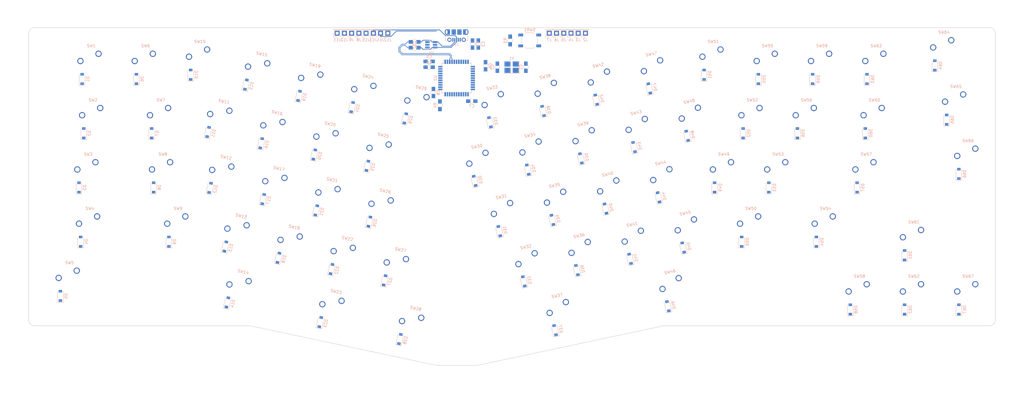
<source format=kicad_pcb>
(kicad_pcb (version 20171130) (host pcbnew "(5.0.2)-1")
  (layers (0 F.Cu signal) (31 B.Cu signal) (34 B.Paste user) (35 F.Paste user) (36 B.SilkS user) (37 F.SilkS user) (38 B.Mask user) (39 F.Mask user) (44 Edge.Cuts user))
  (net 0 "")
  (net 1 GND)
  (net 2 XTAL1)
  (net 3 XTAL2)
  (net 4 VCC)
  (net 5 "Net-(C4-Pad1)")
  (net 6 "Net-(D1-Pad2)")
  (net 7 /row0)
  (net 8 /row1)
  (net 9 "Net-(D2-Pad2)")
  (net 10 "Net-(D3-Pad2)")
  (net 11 /row2)
  (net 12 /row3)
  (net 13 "Net-(D4-Pad2)")
  (net 14 "Net-(D5-Pad2)")
  (net 15 /row4)
  (net 16 "Net-(D6-Pad2)")
  (net 17 "Net-(D7-Pad2)")
  (net 18 "Net-(D8-Pad2)")
  (net 19 "Net-(D9-Pad2)")
  (net 20 "Net-(D10-Pad2)")
  (net 21 "Net-(D11-Pad2)")
  (net 22 "Net-(D12-Pad2)")
  (net 23 "Net-(D13-Pad2)")
  (net 24 "Net-(D14-Pad2)")
  (net 25 "Net-(D15-Pad2)")
  (net 26 "Net-(D16-Pad2)")
  (net 27 "Net-(D17-Pad2)")
  (net 28 "Net-(D18-Pad2)")
  (net 29 "Net-(D19-Pad2)")
  (net 30 "Net-(D20-Pad2)")
  (net 31 "Net-(D21-Pad2)")
  (net 32 "Net-(D22-Pad2)")
  (net 33 "Net-(D23-Pad2)")
  (net 34 "Net-(D24-Pad2)")
  (net 35 "Net-(D25-Pad2)")
  (net 36 "Net-(D26-Pad2)")
  (net 37 "Net-(D27-Pad2)")
  (net 38 "Net-(D28-Pad2)")
  (net 39 "Net-(D29-Pad2)")
  (net 40 "Net-(D30-Pad2)")
  (net 41 "Net-(D31-Pad2)")
  (net 42 "Net-(D32-Pad2)")
  (net 43 "Net-(D33-Pad2)")
  (net 44 "Net-(D34-Pad2)")
  (net 45 "Net-(D35-Pad2)")
  (net 46 "Net-(D36-Pad2)")
  (net 47 "Net-(D37-Pad2)")
  (net 48 "Net-(D38-Pad2)")
  (net 49 "Net-(D39-Pad2)")
  (net 50 "Net-(D40-Pad2)")
  (net 51 "Net-(D41-Pad2)")
  (net 52 "Net-(D42-Pad2)")
  (net 53 "Net-(D43-Pad2)")
  (net 54 "Net-(D44-Pad2)")
  (net 55 "Net-(D45-Pad2)")
  (net 56 "Net-(D46-Pad2)")
  (net 57 "Net-(D47-Pad2)")
  (net 58 "Net-(D48-Pad2)")
  (net 59 "Net-(D49-Pad2)")
  (net 60 "Net-(D50-Pad2)")
  (net 61 "Net-(D51-Pad2)")
  (net 62 "Net-(D52-Pad2)")
  (net 63 "Net-(D53-Pad2)")
  (net 64 "Net-(D54-Pad2)")
  (net 65 "Net-(D55-Pad2)")
  (net 66 "Net-(D56-Pad2)")
  (net 67 "Net-(D57-Pad2)")
  (net 68 "Net-(D58-Pad2)")
  (net 69 "Net-(D59-Pad2)")
  (net 70 "Net-(D60-Pad2)")
  (net 71 "Net-(D61-Pad2)")
  (net 72 "Net-(D62-Pad2)")
  (net 73 "Net-(D63-Pad2)")
  (net 74 "Net-(D64-Pad2)")
  (net 75 "Net-(D65-Pad2)")
  (net 76 "Net-(D66-Pad2)")
  (net 77 "Net-(D67-Pad2)")
  (net 78 "Net-(J1-Pad3)")
  (net 79 "Net-(J1-Pad4)")
  (net 80 "Net-(J1-Pad2)")
  (net 81 /MISO)
  (net 82 /SCK)
  (net 83 /MOSI)
  (net 84 /~RES~)
  (net 85 /PF4)
  (net 86 /PF5)
  (net 87 /PF6)
  (net 88 /PF7)
  (net 89 D+)
  (net 90 D-)
  (net 91 "Net-(R4-Pad1)")
  (net 92 /col0)
  (net 93 /col1)
  (net 94 /col2)
  (net 95 /col3)
  (net 96 /col4)
  (net 97 /col5)
  (net 98 /col6)
  (net 99 /col8)
  (net 100 /col9)
  (net 101 /col10)
  (net 102 /col11)
  (net 103 /col12)
  (net 104 /col13)
  (net 105 "Net-(U1-Pad3)")
  (net 106 "Net-(U1-Pad1)")
  (net 107 "Net-(U2-Pad42)")
  (module Capacitors_SMD:C_0805_HandSoldering (layer B.Cu) (at 199.818 38.354 270)
    (fp_text reference C1 (at 0 1.75 270) (layer B.SilkS) (effects (justify mirror)))
    (fp_text value 22pF)
    (pad 1 smd rect (at -1.25 0 270) (size 1.5 1.25) (layers B.Cu B.Paste B.Mask) (net 1 GND))
    (pad 2 smd rect (at 1.25 0 270) (size 1.5 1.25) (layers B.Cu B.Paste B.Mask) (net 2 XTAL1))
  )
  (module Capacitors_SMD:C_0805_HandSoldering (layer B.Cu) (at 189.818 38.354 270)
    (fp_text reference C2 (at 0 1.75 270) (layer B.SilkS) (effects (justify mirror)))
    (fp_text value 22pF)
    (pad 1 smd rect (at -1.25 0 270) (size 1.5 1.25) (layers B.Cu B.Paste B.Mask) (net 3 XTAL2))
    (pad 2 smd rect (at 1.25 0 270) (size 1.5 1.25) (layers B.Cu B.Paste B.Mask) (net 1 GND))
  )
  (module Capacitors_SMD:C_0805_HandSoldering (layer B.Cu) (at 183.134 30.226 90)
    (fp_text reference C3 (at 0 1.75 90) (layer B.SilkS) (effects (justify mirror)))
    (fp_text value 10uF)
    (pad 1 smd rect (at -1.25 0 90) (size 1.5 1.25) (layers B.Cu B.Paste B.Mask) (net 4 VCC))
    (pad 2 smd rect (at 1.25 0 90) (size 1.5 1.25) (layers B.Cu B.Paste B.Mask) (net 1 GND))
  )
  (module Capacitors_SMD:C_0805_HandSoldering (layer B.Cu) (at 181.102 30.226 90)
    (fp_text reference C4 (at 0 1.75 90) (layer B.SilkS) (effects (justify mirror)))
    (fp_text value "1uF (±10%)")
    (pad 1 smd rect (at -1.25 0 90) (size 1.5 1.25) (layers B.Cu B.Paste B.Mask) (net 5 "Net-(C4-Pad1)"))
    (pad 2 smd rect (at 1.25 0 90) (size 1.5 1.25) (layers B.Cu B.Paste B.Mask) (net 1 GND))
  )
  (module Capacitors_SMD:C_0805_HandSoldering (layer B.Cu) (at 165.882 36.322 180)
    (fp_text reference C5 (at 0 1.75 180) (layer B.SilkS) (effects (justify mirror)))
    (fp_text value 1uF)
    (pad 1 smd rect (at -1.25 0 180) (size 1.5 1.25) (layers B.Cu B.Paste B.Mask) (net 4 VCC))
    (pad 2 smd rect (at 1.25 0 180) (size 1.5 1.25) (layers B.Cu B.Paste B.Mask) (net 1 GND))
  )
  (module Capacitors_SMD:C_0805_HandSoldering (layer B.Cu) (at 165.882 38.354 180)
    (fp_text reference C6 (at 0 1.75 180) (layer B.SilkS) (effects (justify mirror)))
    (fp_text value 0.1uF)
    (pad 1 smd rect (at -1.25 0 180) (size 1.5 1.25) (layers B.Cu B.Paste B.Mask) (net 4 VCC))
    (pad 2 smd rect (at 1.25 0 180) (size 1.5 1.25) (layers B.Cu B.Paste B.Mask) (net 1 GND))
  )
  (module Capacitors_SMD:C_0805_HandSoldering (layer B.Cu) (at 180.848 50.292)
    (fp_text reference C7 (at 0 1.75) (layer B.SilkS) (effects (justify mirror)))
    (fp_text value 0.1uF)
    (pad 1 smd rect (at -1.25 0) (size 1.5 1.25) (layers B.Cu B.Paste B.Mask) (net 4 VCC))
    (pad 2 smd rect (at 1.25 0) (size 1.5 1.25) (layers B.Cu B.Paste B.Mask) (net 1 GND))
  )
  (module Capacitors_SMD:C_0805_HandSoldering (layer B.Cu) (at 167.386 47.244 90)
    (fp_text reference C8 (at 0 1.75 90) (layer B.SilkS) (effects (justify mirror)))
    (fp_text value 0.1uF)
    (pad 1 smd rect (at -1.25 0 90) (size 1.5 1.25) (layers B.Cu B.Paste B.Mask) (net 4 VCC))
    (pad 2 smd rect (at 1.25 0 90) (size 1.5 1.25) (layers B.Cu B.Paste B.Mask) (net 1 GND))
  )
  (module Capacitors_SMD:C_0805_HandSoldering (layer B.Cu) (at 185.674 37.846 90)
    (fp_text reference C9 (at 0 1.75 90) (layer B.SilkS) (effects (justify mirror)))
    (fp_text value 0.1uF)
    (pad 1 smd rect (at -1.25 0 90) (size 1.5 1.25) (layers B.Cu B.Paste B.Mask) (net 4 VCC))
    (pad 2 smd rect (at 1.25 0 90) (size 1.5 1.25) (layers B.Cu B.Paste B.Mask) (net 1 GND))
  )
  (module Diodes_SMD:D_SOD-123 (layer B.Cu) (at 44.115 42.495 90)
    (fp_text reference D1 (at 0 2 90) (layer B.SilkS) (effects (justify mirror)))
    (fp_text value D)
    (pad 1 smd rect (at -1.65 0 90) (size 0.9 1.2) (layers B.Cu B.Paste B.Mask) (net 7 /row0))
    (pad 2 smd rect (at 1.65 0 90) (size 0.9 1.2) (layers B.Cu B.Paste B.Mask) (net 6 "Net-(D1-Pad2)"))
  )
  (module Diodes_SMD:D_SOD-123 (layer B.Cu) (at 44.715 61.545 90)
    (fp_text reference D2 (at 0 2 90) (layer B.SilkS) (effects (justify mirror)))
    (fp_text value D)
    (pad 1 smd rect (at -1.65 0 90) (size 0.9 1.2) (layers B.Cu B.Paste B.Mask) (net 8 /row1))
    (pad 2 smd rect (at 1.65 0 90) (size 0.9 1.2) (layers B.Cu B.Paste B.Mask) (net 9 "Net-(D2-Pad2)"))
  )
  (module Diodes_SMD:D_SOD-123 (layer B.Cu) (at 43.03125 80.595 90)
    (fp_text reference D3 (at 0 2 90) (layer B.SilkS) (effects (justify mirror)))
    (fp_text value D)
    (pad 1 smd rect (at -1.65 0 90) (size 0.9 1.2) (layers B.Cu B.Paste B.Mask) (net 11 /row2))
    (pad 2 smd rect (at 1.65 0 90) (size 0.9 1.2) (layers B.Cu B.Paste B.Mask) (net 10 "Net-(D3-Pad2)"))
  )
  (module Diodes_SMD:D_SOD-123 (layer B.Cu) (at 43.61875 99.645 90)
    (fp_text reference D4 (at 0 2 90) (layer B.SilkS) (effects (justify mirror)))
    (fp_text value D)
    (pad 1 smd rect (at -1.65 0 90) (size 0.9 1.2) (layers B.Cu B.Paste B.Mask) (net 12 /row3))
    (pad 2 smd rect (at 1.65 0 90) (size 0.9 1.2) (layers B.Cu B.Paste B.Mask) (net 13 "Net-(D4-Pad2)"))
  )
  (module Diodes_SMD:D_SOD-123 (layer B.Cu) (at 36.485 118.695 90)
    (fp_text reference D5 (at 0 2 90) (layer B.SilkS) (effects (justify mirror)))
    (fp_text value D)
    (pad 1 smd rect (at -1.65 0 90) (size 0.9 1.2) (layers B.Cu B.Paste B.Mask) (net 15 /row4))
    (pad 2 smd rect (at 1.65 0 90) (size 0.9 1.2) (layers B.Cu B.Paste B.Mask) (net 14 "Net-(D5-Pad2)"))
  )
  (module Diodes_SMD:D_SOD-123 (layer B.Cu) (at 63.165 42.495 90)
    (fp_text reference D6 (at 0 2 90) (layer B.SilkS) (effects (justify mirror)))
    (fp_text value D)
    (pad 1 smd rect (at -1.65 0 90) (size 0.9 1.2) (layers B.Cu B.Paste B.Mask) (net 7 /row0))
    (pad 2 smd rect (at 1.65 0 90) (size 0.9 1.2) (layers B.Cu B.Paste B.Mask) (net 16 "Net-(D6-Pad2)"))
  )
  (module Diodes_SMD:D_SOD-123 (layer B.Cu) (at 68.525 61.545 90)
    (fp_text reference D7 (at 0 2 90) (layer B.SilkS) (effects (justify mirror)))
    (fp_text value D)
    (pad 1 smd rect (at -1.65 0 90) (size 0.9 1.2) (layers B.Cu B.Paste B.Mask) (net 8 /row1))
    (pad 2 smd rect (at 1.65 0 90) (size 0.9 1.2) (layers B.Cu B.Paste B.Mask) (net 17 "Net-(D7-Pad2)"))
  )
  (module Diodes_SMD:D_SOD-123 (layer B.Cu) (at 69.225 80.595 90)
    (fp_text reference D8 (at 0 2 90) (layer B.SilkS) (effects (justify mirror)))
    (fp_text value D)
    (pad 1 smd rect (at -1.65 0 90) (size 0.9 1.2) (layers B.Cu B.Paste B.Mask) (net 11 /row2))
    (pad 2 smd rect (at 1.65 0 90) (size 0.9 1.2) (layers B.Cu B.Paste B.Mask) (net 18 "Net-(D8-Pad2)"))
  )
  (module Diodes_SMD:D_SOD-123 (layer B.Cu) (at 74.575 99.645 90)
    (fp_text reference D9 (at 0 2 90) (layer B.SilkS) (effects (justify mirror)))
    (fp_text value D)
    (pad 1 smd rect (at -1.65 0 90) (size 0.9 1.2) (layers B.Cu B.Paste B.Mask) (net 12 /row3))
    (pad 2 smd rect (at 1.65 0 90) (size 0.9 1.2) (layers B.Cu B.Paste B.Mask) (net 19 "Net-(D9-Pad2)"))
  )
  (module Diodes_SMD:D_SOD-123 (layer B.Cu) (at 82.215 40.994615 90)
    (fp_text reference D10 (at 0 2 90) (layer B.SilkS) (effects (justify mirror)))
    (fp_text value D)
    (pad 1 smd rect (at -1.65 0 90) (size 0.9 1.2) (layers B.Cu B.Paste B.Mask) (net 7 /row0))
    (pad 2 smd rect (at 1.65 0 90) (size 0.9 1.2) (layers B.Cu B.Paste B.Mask) (net 20 "Net-(D10-Pad2)"))
  )
  (module Diodes_SMD:D_SOD-123 (layer B.Cu) (at 88.315851 61.116624 78)
    (fp_text reference D11 (at 0 2 78) (layer B.SilkS) (effects (justify mirror)))
    (fp_text value D)
    (pad 1 smd rect (at -1.65 0 78) (size 0.9 1.2) (layers B.Cu B.Paste B.Mask) (net 8 /row1))
    (pad 2 smd rect (at 1.65 0 78) (size 0.9 1.2) (layers B.Cu B.Paste B.Mask) (net 21 "Net-(D11-Pad2)"))
  )
  (module Diodes_SMD:D_SOD-123 (layer B.Cu) (at 89.013518 80.740517 78)
    (fp_text reference D12 (at 0 2 78) (layer B.SilkS) (effects (justify mirror)))
    (fp_text value D)
    (pad 1 smd rect (at -1.65 0 78) (size 0.9 1.2) (layers B.Cu B.Paste B.Mask) (net 11 /row2))
    (pad 2 smd rect (at 1.65 0 78) (size 0.9 1.2) (layers B.Cu B.Paste B.Mask) (net 22 "Net-(D12-Pad2)"))
  )
  (module Diodes_SMD:D_SOD-123 (layer B.Cu) (at 94.3696 101.354586 78)
    (fp_text reference D13 (at 0 2 78) (layer B.SilkS) (effects (justify mirror)))
    (fp_text value D)
    (pad 1 smd rect (at -1.65 0 78) (size 0.9 1.2) (layers B.Cu B.Paste B.Mask) (net 12 /row3))
    (pad 2 smd rect (at 1.65 0 78) (size 0.9 1.2) (layers B.Cu B.Paste B.Mask) (net 23 "Net-(D13-Pad2)"))
  )
  (module Diodes_SMD:D_SOD-123 (layer B.Cu) (at 95.067301 120.978474 78)
    (fp_text reference D14 (at 0 2 78) (layer B.SilkS) (effects (justify mirror)))
    (fp_text value D)
    (pad 1 smd rect (at -1.65 0 78) (size 0.9 1.2) (layers B.Cu B.Paste B.Mask) (net 15 /row4))
    (pad 2 smd rect (at 1.65 0 78) (size 0.9 1.2) (layers B.Cu B.Paste B.Mask) (net 24 "Net-(D14-Pad2)"))
  )
  (module Diodes_SMD:D_SOD-123 (layer B.Cu) (at 101.593509 44.463281 78)
    (fp_text reference D15 (at 0 2 78) (layer B.SilkS) (effects (justify mirror)))
    (fp_text value D)
    (pad 1 smd rect (at -1.65 0 78) (size 0.9 1.2) (layers B.Cu B.Paste B.Mask) (net 7 /row0))
    (pad 2 smd rect (at 1.65 0 78) (size 0.9 1.2) (layers B.Cu B.Paste B.Mask) (net 25 "Net-(D15-Pad2)"))
  )
  (module Diodes_SMD:D_SOD-123 (layer B.Cu) (at 106.949561 65.07735 78)
    (fp_text reference D16 (at 0 2 78) (layer B.SilkS) (effects (justify mirror)))
    (fp_text value D)
    (pad 1 smd rect (at -1.65 0 78) (size 0.9 1.2) (layers B.Cu B.Paste B.Mask) (net 8 /row1))
    (pad 2 smd rect (at 1.65 0 78) (size 0.9 1.2) (layers B.Cu B.Paste B.Mask) (net 26 "Net-(D16-Pad2)"))
  )
  (module Diodes_SMD:D_SOD-123 (layer B.Cu) (at 107.647228 84.701244 78)
    (fp_text reference D17 (at 0 2 78) (layer B.SilkS) (effects (justify mirror)))
    (fp_text value D)
    (pad 1 smd rect (at -1.65 0 78) (size 0.9 1.2) (layers B.Cu B.Paste B.Mask) (net 11 /row2))
    (pad 2 smd rect (at 1.65 0 78) (size 0.9 1.2) (layers B.Cu B.Paste B.Mask) (net 27 "Net-(D17-Pad2)"))
  )
  (module Diodes_SMD:D_SOD-123 (layer B.Cu) (at 113.00331 105.315312 78)
    (fp_text reference D18 (at 0 2 78) (layer B.SilkS) (effects (justify mirror)))
    (fp_text value D)
    (pad 1 smd rect (at -1.65 0 78) (size 0.9 1.2) (layers B.Cu B.Paste B.Mask) (net 12 /row3))
    (pad 2 smd rect (at 1.65 0 78) (size 0.9 1.2) (layers B.Cu B.Paste B.Mask) (net 28 "Net-(D18-Pad2)"))
  )
  (module Diodes_SMD:D_SOD-123 (layer B.Cu) (at 120.22722 48.423999 78)
    (fp_text reference D19 (at 0 2 78) (layer B.SilkS) (effects (justify mirror)))
    (fp_text value D)
    (pad 1 smd rect (at -1.65 0 78) (size 0.9 1.2) (layers B.Cu B.Paste B.Mask) (net 7 /row0))
    (pad 2 smd rect (at 1.65 0 78) (size 0.9 1.2) (layers B.Cu B.Paste B.Mask) (net 29 "Net-(D19-Pad2)"))
  )
  (module Diodes_SMD:D_SOD-123 (layer B.Cu) (at 125.583271 69.038077 78)
    (fp_text reference D20 (at 0 2 78) (layer B.SilkS) (effects (justify mirror)))
    (fp_text value D)
    (pad 1 smd rect (at -1.65 0 78) (size 0.9 1.2) (layers B.Cu B.Paste B.Mask) (net 8 /row1))
    (pad 2 smd rect (at 1.65 0 78) (size 0.9 1.2) (layers B.Cu B.Paste B.Mask) (net 30 "Net-(D20-Pad2)"))
  )
  (module Diodes_SMD:D_SOD-123 (layer B.Cu) (at 126.280938 88.661971 78)
    (fp_text reference D21 (at 0 2 78) (layer B.SilkS) (effects (justify mirror)))
    (fp_text value D)
    (pad 1 smd rect (at -1.65 0 78) (size 0.9 1.2) (layers B.Cu B.Paste B.Mask) (net 11 /row2))
    (pad 2 smd rect (at 1.65 0 78) (size 0.9 1.2) (layers B.Cu B.Paste B.Mask) (net 31 "Net-(D21-Pad2)"))
  )
  (module Diodes_SMD:D_SOD-123 (layer B.Cu) (at 131.637019 109.276039 78)
    (fp_text reference D22 (at 0 2 78) (layer B.SilkS) (effects (justify mirror)))
    (fp_text value D)
    (pad 1 smd rect (at -1.65 0 78) (size 0.9 1.2) (layers B.Cu B.Paste B.Mask) (net 12 /row3))
    (pad 2 smd rect (at 1.65 0 78) (size 0.9 1.2) (layers B.Cu B.Paste B.Mask) (net 32 "Net-(D22-Pad2)"))
  )
  (module Diodes_SMD:D_SOD-123 (layer B.Cu) (at 127.676293 127.909749 78)
    (fp_text reference D23 (at 0 2 78) (layer B.SilkS) (effects (justify mirror)))
    (fp_text value D)
    (pad 1 smd rect (at -1.65 0 78) (size 0.9 1.2) (layers B.Cu B.Paste B.Mask) (net 15 /row4))
    (pad 2 smd rect (at 1.65 0 78) (size 0.9 1.2) (layers B.Cu B.Paste B.Mask) (net 33 "Net-(D23-Pad2)"))
  )
  (module Diodes_SMD:D_SOD-123 (layer B.Cu) (at 138.860932 52.384717 78)
    (fp_text reference D24 (at 0 2 78) (layer B.SilkS) (effects (justify mirror)))
    (fp_text value D)
    (pad 1 smd rect (at -1.65 0 78) (size 0.9 1.2) (layers B.Cu B.Paste B.Mask) (net 7 /row0))
    (pad 2 smd rect (at 1.65 0 78) (size 0.9 1.2) (layers B.Cu B.Paste B.Mask) (net 34 "Net-(D24-Pad2)"))
  )
  (module Diodes_SMD:D_SOD-123 (layer B.Cu) (at 144.216981 72.998804 78)
    (fp_text reference D25 (at 0 2 78) (layer B.SilkS) (effects (justify mirror)))
    (fp_text value D)
    (pad 1 smd rect (at -1.65 0 78) (size 0.9 1.2) (layers B.Cu B.Paste B.Mask) (net 8 /row1))
    (pad 2 smd rect (at 1.65 0 78) (size 0.9 1.2) (layers B.Cu B.Paste B.Mask) (net 35 "Net-(D25-Pad2)"))
  )
  (module Diodes_SMD:D_SOD-123 (layer B.Cu) (at 144.914648 92.622698 78)
    (fp_text reference D26 (at 0 2 78) (layer B.SilkS) (effects (justify mirror)))
    (fp_text value D)
    (pad 1 smd rect (at -1.65 0 78) (size 0.9 1.2) (layers B.Cu B.Paste B.Mask) (net 11 /row2))
    (pad 2 smd rect (at 1.65 0 78) (size 0.9 1.2) (layers B.Cu B.Paste B.Mask) (net 36 "Net-(D26-Pad2)"))
  )
  (module Diodes_SMD:D_SOD-123 (layer B.Cu) (at 150.270729 113.236766 78)
    (fp_text reference D27 (at 0 2 78) (layer B.SilkS) (effects (justify mirror)))
    (fp_text value D)
    (pad 1 smd rect (at -1.65 0 78) (size 0.9 1.2) (layers B.Cu B.Paste B.Mask) (net 12 /row3))
    (pad 2 smd rect (at 1.65 0 78) (size 0.9 1.2) (layers B.Cu B.Paste B.Mask) (net 37 "Net-(D27-Pad2)"))
  )
  (module Diodes_SMD:D_SOD-123 (layer B.Cu) (at 155.626866 133.850795 78)
    (fp_text reference D28 (at 0 2 78) (layer B.SilkS) (effects (justify mirror)))
    (fp_text value D)
    (pad 1 smd rect (at -1.65 0 78) (size 0.9 1.2) (layers B.Cu B.Paste B.Mask) (net 15 /row4))
    (pad 2 smd rect (at 1.65 0 78) (size 0.9 1.2) (layers B.Cu B.Paste B.Mask) (net 38 "Net-(D28-Pad2)"))
  )
  (module Diodes_SMD:D_SOD-123 (layer B.Cu) (at 157.494644 56.345434 78)
    (fp_text reference D29 (at 0 2 78) (layer B.SilkS) (effects (justify mirror)))
    (fp_text value D)
    (pad 1 smd rect (at -1.65 0 78) (size 0.9 1.2) (layers B.Cu B.Paste B.Mask) (net 7 /row0))
    (pad 2 smd rect (at 1.65 0 78) (size 0.9 1.2) (layers B.Cu B.Paste B.Mask) (net 39 "Net-(D29-Pad2)"))
  )
  (module Diodes_SMD:D_SOD-123 (layer B.Cu) (at 181.863423 78.299527 102)
    (fp_text reference D30 (at 0 2 102) (layer B.SilkS) (effects (justify mirror)))
    (fp_text value D)
    (pad 1 smd rect (at -1.65 0 102) (size 0.9 1.2) (layers B.Cu B.Paste B.Mask) (net 8 /row1))
    (pad 2 smd rect (at 1.65 0 102) (size 0.9 1.2) (layers B.Cu B.Paste B.Mask) (net 40 "Net-(D30-Pad2)"))
  )
  (module Diodes_SMD:D_SOD-123 (layer B.Cu) (at 190.482544 95.943079 102)
    (fp_text reference D31 (at 0 2 102) (layer B.SilkS) (effects (justify mirror)))
    (fp_text value D)
    (pad 1 smd rect (at -1.65 0 102) (size 0.9 1.2) (layers B.Cu B.Paste B.Mask) (net 11 /row2))
    (pad 2 smd rect (at 1.65 0 102) (size 0.9 1.2) (layers B.Cu B.Paste B.Mask) (net 41 "Net-(D31-Pad2)"))
  )
  (module Diodes_SMD:D_SOD-123 (layer B.Cu) (at 199.101665 113.586631 102)
    (fp_text reference D32 (at 0 2 102) (layer B.SilkS) (effects (justify mirror)))
    (fp_text value D)
    (pad 1 smd rect (at -1.65 0 102) (size 0.9 1.2) (layers B.Cu B.Paste B.Mask) (net 12 /row3))
    (pad 2 smd rect (at 1.65 0 102) (size 0.9 1.2) (layers B.Cu B.Paste B.Mask) (net 42 "Net-(D32-Pad2)"))
  )
  (module Diodes_SMD:D_SOD-123 (layer B.Cu) (at 187.21965 57.685428 102)
    (fp_text reference D33 (at 0 2 102) (layer B.SilkS) (effects (justify mirror)))
    (fp_text value D)
    (pad 1 smd rect (at -1.65 0 102) (size 0.9 1.2) (layers B.Cu B.Paste B.Mask) (net 7 /row0))
    (pad 2 smd rect (at 1.65 0 102) (size 0.9 1.2) (layers B.Cu B.Paste B.Mask) (net 43 "Net-(D33-Pad2)"))
  )
  (module Diodes_SMD:D_SOD-123 (layer B.Cu) (at 200.497134 74.338809 102)
    (fp_text reference D34 (at 0 2 102) (layer B.SilkS) (effects (justify mirror)))
    (fp_text value D)
    (pad 1 smd rect (at -1.65 0 102) (size 0.9 1.2) (layers B.Cu B.Paste B.Mask) (net 8 /row1))
    (pad 2 smd rect (at 1.65 0 102) (size 0.9 1.2) (layers B.Cu B.Paste B.Mask) (net 44 "Net-(D34-Pad2)"))
  )
  (module Diodes_SMD:D_SOD-123 (layer B.Cu) (at 209.116255 91.982361 102)
    (fp_text reference D35 (at 0 2 102) (layer B.SilkS) (effects (justify mirror)))
    (fp_text value D)
    (pad 1 smd rect (at -1.65 0 102) (size 0.9 1.2) (layers B.Cu B.Paste B.Mask) (net 11 /row2))
    (pad 2 smd rect (at 1.65 0 102) (size 0.9 1.2) (layers B.Cu B.Paste B.Mask) (net 45 "Net-(D35-Pad2)"))
  )
  (module Diodes_SMD:D_SOD-123 (layer B.Cu) (at 217.735377 109.625913 102)
    (fp_text reference D36 (at 0 2 102) (layer B.SilkS) (effects (justify mirror)))
    (fp_text value D)
    (pad 1 smd rect (at -1.65 0 102) (size 0.9 1.2) (layers B.Cu B.Paste B.Mask) (net 12 /row3))
    (pad 2 smd rect (at 1.65 0 102) (size 0.9 1.2) (layers B.Cu B.Paste B.Mask) (net 46 "Net-(D36-Pad2)"))
  )
  (module Diodes_SMD:D_SOD-123 (layer B.Cu) (at 210.050066 130.735038 102)
    (fp_text reference D37 (at 0 2 102) (layer B.SilkS) (effects (justify mirror)))
    (fp_text value D)
    (pad 1 smd rect (at -1.65 0 102) (size 0.9 1.2) (layers B.Cu B.Paste B.Mask) (net 15 /row4))
    (pad 2 smd rect (at 1.65 0 102) (size 0.9 1.2) (layers B.Cu B.Paste B.Mask) (net 47 "Net-(D37-Pad2)"))
  )
  (module Diodes_SMD:D_SOD-123 (layer B.Cu) (at 205.853362 53.72471 102)
    (fp_text reference D38 (at 0 2 102) (layer B.SilkS) (effects (justify mirror)))
    (fp_text value D)
    (pad 1 smd rect (at -1.65 0 102) (size 0.9 1.2) (layers B.Cu B.Paste B.Mask) (net 7 /row0))
    (pad 2 smd rect (at 1.65 0 102) (size 0.9 1.2) (layers B.Cu B.Paste B.Mask) (net 48 "Net-(D38-Pad2)"))
  )
  (module Diodes_SMD:D_SOD-123 (layer B.Cu) (at 219.130846 70.378092 102)
    (fp_text reference D39 (at 0 2 102) (layer B.SilkS) (effects (justify mirror)))
    (fp_text value D)
    (pad 1 smd rect (at -1.65 0 102) (size 0.9 1.2) (layers B.Cu B.Paste B.Mask) (net 8 /row1))
    (pad 2 smd rect (at 1.65 0 102) (size 0.9 1.2) (layers B.Cu B.Paste B.Mask) (net 49 "Net-(D39-Pad2)"))
  )
  (module Diodes_SMD:D_SOD-123 (layer B.Cu) (at 227.749967 88.021644 102)
    (fp_text reference D40 (at 0 2 102) (layer B.SilkS) (effects (justify mirror)))
    (fp_text value D)
    (pad 1 smd rect (at -1.65 0 102) (size 0.9 1.2) (layers B.Cu B.Paste B.Mask) (net 11 /row2))
    (pad 2 smd rect (at 1.65 0 102) (size 0.9 1.2) (layers B.Cu B.Paste B.Mask) (net 50 "Net-(D40-Pad2)"))
  )
  (module Diodes_SMD:D_SOD-123 (layer B.Cu) (at 236.369088 105.665196 102)
    (fp_text reference D41 (at 0 2 102) (layer B.SilkS) (effects (justify mirror)))
    (fp_text value D)
    (pad 1 smd rect (at -1.65 0 102) (size 0.9 1.2) (layers B.Cu B.Paste B.Mask) (net 12 /row3))
    (pad 2 smd rect (at 1.65 0 102) (size 0.9 1.2) (layers B.Cu B.Paste B.Mask) (net 51 "Net-(D41-Pad2)"))
  )
  (module Diodes_SMD:D_SOD-123 (layer B.Cu) (at 224.487074 49.763993 102)
    (fp_text reference D42 (at 0 2 102) (layer B.SilkS) (effects (justify mirror)))
    (fp_text value D)
    (pad 1 smd rect (at -1.65 0 102) (size 0.9 1.2) (layers B.Cu B.Paste B.Mask) (net 7 /row0))
    (pad 2 smd rect (at 1.65 0 102) (size 0.9 1.2) (layers B.Cu B.Paste B.Mask) (net 52 "Net-(D42-Pad2)"))
  )
  (module Diodes_SMD:D_SOD-123 (layer B.Cu) (at 237.764558 66.417374 102)
    (fp_text reference D43 (at 0 2 102) (layer B.SilkS) (effects (justify mirror)))
    (fp_text value D)
    (pad 1 smd rect (at -1.65 0 102) (size 0.9 1.2) (layers B.Cu B.Paste B.Mask) (net 8 /row1))
    (pad 2 smd rect (at 1.65 0 102) (size 0.9 1.2) (layers B.Cu B.Paste B.Mask) (net 53 "Net-(D43-Pad2)"))
  )
  (module Diodes_SMD:D_SOD-123 (layer B.Cu) (at 246.383679 84.060926 102)
    (fp_text reference D44 (at 0 2 102) (layer B.SilkS) (effects (justify mirror)))
    (fp_text value D)
    (pad 1 smd rect (at -1.65 0 102) (size 0.9 1.2) (layers B.Cu B.Paste B.Mask) (net 11 /row2))
    (pad 2 smd rect (at 1.65 0 102) (size 0.9 1.2) (layers B.Cu B.Paste B.Mask) (net 54 "Net-(D44-Pad2)"))
  )
  (module Diodes_SMD:D_SOD-123 (layer B.Cu) (at 255.0028 101.704478 102)
    (fp_text reference D45 (at 0 2 102) (layer B.SilkS) (effects (justify mirror)))
    (fp_text value D)
    (pad 1 smd rect (at -1.65 0 102) (size 0.9 1.2) (layers B.Cu B.Paste B.Mask) (net 12 /row3))
    (pad 2 smd rect (at 1.65 0 102) (size 0.9 1.2) (layers B.Cu B.Paste B.Mask) (net 55 "Net-(D45-Pad2)"))
  )
  (module Diodes_SMD:D_SOD-123 (layer B.Cu) (at 249.646702 122.318526 102)
    (fp_text reference D46 (at 0 2 102) (layer B.SilkS) (effects (justify mirror)))
    (fp_text value D)
    (pad 1 smd rect (at -1.65 0 102) (size 0.9 1.2) (layers B.Cu B.Paste B.Mask) (net 15 /row4))
    (pad 2 smd rect (at 1.65 0 102) (size 0.9 1.2) (layers B.Cu B.Paste B.Mask) (net 56 "Net-(D46-Pad2)"))
  )
  (module Diodes_SMD:D_SOD-123 (layer B.Cu) (at 243.120785 45.803275 102)
    (fp_text reference D47 (at 0 2 102) (layer B.SilkS) (effects (justify mirror)))
    (fp_text value D)
    (pad 1 smd rect (at -1.65 0 102) (size 0.9 1.2) (layers B.Cu B.Paste B.Mask) (net 7 /row0))
    (pad 2 smd rect (at 1.65 0 102) (size 0.9 1.2) (layers B.Cu B.Paste B.Mask) (net 57 "Net-(D47-Pad2)"))
  )
  (module Diodes_SMD:D_SOD-123 (layer B.Cu) (at 256.39827 62.456656 102)
    (fp_text reference D48 (at 0 2 102) (layer B.SilkS) (effects (justify mirror)))
    (fp_text value D)
    (pad 1 smd rect (at -1.65 0 102) (size 0.9 1.2) (layers B.Cu B.Paste B.Mask) (net 8 /row1))
    (pad 2 smd rect (at 1.65 0 102) (size 0.9 1.2) (layers B.Cu B.Paste B.Mask) (net 58 "Net-(D48-Pad2)"))
  )
  (module Diodes_SMD:D_SOD-123 (layer B.Cu) (at 266.025 80.595 90)
    (fp_text reference D49 (at 0 2 90) (layer B.SilkS) (effects (justify mirror)))
    (fp_text value D)
    (pad 1 smd rect (at -1.65 0 90) (size 0.9 1.2) (layers B.Cu B.Paste B.Mask) (net 11 /row2))
    (pad 2 smd rect (at 1.65 0 90) (size 0.9 1.2) (layers B.Cu B.Paste B.Mask) (net 59 "Net-(D49-Pad2)"))
  )
  (module Diodes_SMD:D_SOD-123 (layer B.Cu) (at 275.550019 99.644998 90)
    (fp_text reference D50 (at 0 2 90) (layer B.SilkS) (effects (justify mirror)))
    (fp_text value D)
    (pad 1 smd rect (at -1.65 0 90) (size 0.9 1.2) (layers B.Cu B.Paste B.Mask) (net 12 /row3))
    (pad 2 smd rect (at 1.65 0 90) (size 0.9 1.2) (layers B.Cu B.Paste B.Mask) (net 60 "Net-(D50-Pad2)"))
  )
  (module Diodes_SMD:D_SOD-123 (layer B.Cu) (at 262.345 40.994615 90)
    (fp_text reference D51 (at 0 2 90) (layer B.SilkS) (effects (justify mirror)))
    (fp_text value D)
    (pad 1 smd rect (at -1.65 0 90) (size 0.9 1.2) (layers B.Cu B.Paste B.Mask) (net 7 /row0))
    (pad 2 smd rect (at 1.65 0 90) (size 0.9 1.2) (layers B.Cu B.Paste B.Mask) (net 61 "Net-(D51-Pad2)"))
  )
  (module Diodes_SMD:D_SOD-123 (layer B.Cu) (at 276.035 61.545 90)
    (fp_text reference D52 (at 0 2 90) (layer B.SilkS) (effects (justify mirror)))
    (fp_text value D)
    (pad 1 smd rect (at -1.65 0 90) (size 0.9 1.2) (layers B.Cu B.Paste B.Mask) (net 8 /row1))
    (pad 2 smd rect (at 1.65 0 90) (size 0.9 1.2) (layers B.Cu B.Paste B.Mask) (net 62 "Net-(D52-Pad2)"))
  )
  (module Diodes_SMD:D_SOD-123 (layer B.Cu) (at 285.075 80.595 90)
    (fp_text reference D53 (at 0 2 90) (layer B.SilkS) (effects (justify mirror)))
    (fp_text value D)
    (pad 1 smd rect (at -1.65 0 90) (size 0.9 1.2) (layers B.Cu B.Paste B.Mask) (net 11 /row2))
    (pad 2 smd rect (at 1.65 0 90) (size 0.9 1.2) (layers B.Cu B.Paste B.Mask) (net 63 "Net-(D53-Pad2)"))
  )
  (module Diodes_SMD:D_SOD-123 (layer B.Cu) (at 301.743769 99.644998 90)
    (fp_text reference D54 (at 0 2 90) (layer B.SilkS) (effects (justify mirror)))
    (fp_text value D)
    (pad 1 smd rect (at -1.65 0 90) (size 0.9 1.2) (layers B.Cu B.Paste B.Mask) (net 12 /row3))
    (pad 2 smd rect (at 1.65 0 90) (size 0.9 1.2) (layers B.Cu B.Paste B.Mask) (net 64 "Net-(D54-Pad2)"))
  )
  (module Diodes_SMD:D_SOD-123 (layer B.Cu) (at 281.395 42.495 90)
    (fp_text reference D55 (at 0 2 90) (layer B.SilkS) (effects (justify mirror)))
    (fp_text value D)
    (pad 1 smd rect (at -1.65 0 90) (size 0.9 1.2) (layers B.Cu B.Paste B.Mask) (net 7 /row0))
    (pad 2 smd rect (at 1.65 0 90) (size 0.9 1.2) (layers B.Cu B.Paste B.Mask) (net 65 "Net-(D55-Pad2)"))
  )
  (module Diodes_SMD:D_SOD-123 (layer B.Cu) (at 295.085 61.545 90)
    (fp_text reference D56 (at 0 2 90) (layer B.SilkS) (effects (justify mirror)))
    (fp_text value D)
    (pad 1 smd rect (at -1.65 0 90) (size 0.9 1.2) (layers B.Cu B.Paste B.Mask) (net 8 /row1))
    (pad 2 smd rect (at 1.65 0 90) (size 0.9 1.2) (layers B.Cu B.Paste B.Mask) (net 66 "Net-(D56-Pad2)"))
  )
  (module Diodes_SMD:D_SOD-123 (layer B.Cu) (at 316.03125 80.595 90)
    (fp_text reference D57 (at 0 2 90) (layer B.SilkS) (effects (justify mirror)))
    (fp_text value D)
    (pad 1 smd rect (at -1.65 0 90) (size 0.9 1.2) (layers B.Cu B.Paste B.Mask) (net 11 /row2))
    (pad 2 smd rect (at 1.65 0 90) (size 0.9 1.2) (layers B.Cu B.Paste B.Mask) (net 67 "Net-(D57-Pad2)"))
  )
  (module Diodes_SMD:D_SOD-123 (layer B.Cu) (at 313.649949 123.457503 90)
    (fp_text reference D58 (at 0 2 90) (layer B.SilkS) (effects (justify mirror)))
    (fp_text value D)
    (pad 1 smd rect (at -1.65 0 90) (size 0.9 1.2) (layers B.Cu B.Paste B.Mask) (net 15 /row4))
    (pad 2 smd rect (at 1.65 0 90) (size 0.9 1.2) (layers B.Cu B.Paste B.Mask) (net 68 "Net-(D58-Pad2)"))
  )
  (module Diodes_SMD:D_SOD-123 (layer B.Cu) (at 300.445 42.495 90)
    (fp_text reference D59 (at 0 2 90) (layer B.SilkS) (effects (justify mirror)))
    (fp_text value D)
    (pad 1 smd rect (at -1.65 0 90) (size 0.9 1.2) (layers B.Cu B.Paste B.Mask) (net 7 /row0))
    (pad 2 smd rect (at 1.65 0 90) (size 0.9 1.2) (layers B.Cu B.Paste B.Mask) (net 69 "Net-(D59-Pad2)"))
  )
  (module Diodes_SMD:D_SOD-123 (layer B.Cu) (at 318.905 61.545 90)
    (fp_text reference D60 (at 0 2 90) (layer B.SilkS) (effects (justify mirror)))
    (fp_text value D)
    (pad 1 smd rect (at -1.65 0 90) (size 0.9 1.2) (layers B.Cu B.Paste B.Mask) (net 8 /row1))
    (pad 2 smd rect (at 1.65 0 90) (size 0.9 1.2) (layers B.Cu B.Paste B.Mask) (net 70 "Net-(D60-Pad2)"))
  )
  (module Diodes_SMD:D_SOD-123 (layer B.Cu) (at 332.699949 104.407503 90)
    (fp_text reference D61 (at 0 2 90) (layer B.SilkS) (effects (justify mirror)))
    (fp_text value D)
    (pad 1 smd rect (at -1.65 0 90) (size 0.9 1.2) (layers B.Cu B.Paste B.Mask) (net 12 /row3))
    (pad 2 smd rect (at 1.65 0 90) (size 0.9 1.2) (layers B.Cu B.Paste B.Mask) (net 71 "Net-(D61-Pad2)"))
  )
  (module Diodes_SMD:D_SOD-123 (layer B.Cu) (at 332.699949 123.457503 90)
    (fp_text reference D62 (at 0 2 90) (layer B.SilkS) (effects (justify mirror)))
    (fp_text value D)
    (pad 1 smd rect (at -1.65 0 90) (size 0.9 1.2) (layers B.Cu B.Paste B.Mask) (net 15 /row4))
    (pad 2 smd rect (at 1.65 0 90) (size 0.9 1.2) (layers B.Cu B.Paste B.Mask) (net 72 "Net-(D62-Pad2)"))
  )
  (module Diodes_SMD:D_SOD-123 (layer B.Cu) (at 319.495 42.495 90)
    (fp_text reference D63 (at 0 2 90) (layer B.SilkS) (effects (justify mirror)))
    (fp_text value D)
    (pad 1 smd rect (at -1.65 0 90) (size 0.9 1.2) (layers B.Cu B.Paste B.Mask) (net 7 /row0))
    (pad 2 smd rect (at 1.65 0 90) (size 0.9 1.2) (layers B.Cu B.Paste B.Mask) (net 73 "Net-(D63-Pad2)"))
  )
  (module Diodes_SMD:D_SOD-123 (layer B.Cu) (at 343.307542 37.732509 90)
    (fp_text reference D64 (at 0 2 90) (layer B.SilkS) (effects (justify mirror)))
    (fp_text value D)
    (pad 1 smd rect (at -1.65 0 90) (size 0.9 1.2) (layers B.Cu B.Paste B.Mask) (net 8 /row1))
    (pad 2 smd rect (at 1.65 0 90) (size 0.9 1.2) (layers B.Cu B.Paste B.Mask) (net 74 "Net-(D64-Pad2)"))
  )
  (module Diodes_SMD:D_SOD-123 (layer B.Cu) (at 347.48 56.782516 90)
    (fp_text reference D65 (at 0 2 90) (layer B.SilkS) (effects (justify mirror)))
    (fp_text value D)
    (pad 1 smd rect (at -1.65 0 90) (size 0.9 1.2) (layers B.Cu B.Paste B.Mask) (net 11 /row2))
    (pad 2 smd rect (at 1.65 0 90) (size 0.9 1.2) (layers B.Cu B.Paste B.Mask) (net 75 "Net-(D65-Pad2)"))
  )
  (module Diodes_SMD:D_SOD-123 (layer B.Cu) (at 351.749949 75.832519 90)
    (fp_text reference D66 (at 0 2 90) (layer B.SilkS) (effects (justify mirror)))
    (fp_text value D)
    (pad 1 smd rect (at -1.65 0 90) (size 0.9 1.2) (layers B.Cu B.Paste B.Mask) (net 12 /row3))
    (pad 2 smd rect (at 1.65 0 90) (size 0.9 1.2) (layers B.Cu B.Paste B.Mask) (net 76 "Net-(D66-Pad2)"))
  )
  (module Diodes_SMD:D_SOD-123 (layer B.Cu) (at 351.749949 123.457503 90)
    (fp_text reference D67 (at 0 2 90) (layer B.SilkS) (effects (justify mirror)))
    (fp_text value D)
    (pad 1 smd rect (at -1.65 0 90) (size 0.9 1.2) (layers B.Cu B.Paste B.Mask) (net 15 /row4))
    (pad 2 smd rect (at 1.65 0 90) (size 0.9 1.2) (layers B.Cu B.Paste B.Mask) (net 77 "Net-(D67-Pad2)"))
  )
  (module Connectors_USB:USB_Micro-B_Molex-105017-0001 (layer B.Cu) (at 175.509855 26.358)
    (fp_text reference J1 (at 0 4) (layer B.SilkS) (effects (justify mirror)))
    (fp_text value USB_B_Micro)
    (pad 6 smd rect (at 1 -0.35) (size 1.5 1.9) (layers B.Cu B.Paste B.Mask) (net 1 GND))
    (pad 6 thru_hole circle (at -2.5 2.35) (size 1.45 1.45) (drill 0.85) (layers *.Cu *.Mask) (net 1 GND))
    (pad 2 smd rect (at -0.65 2.35) (size 0.4 1.35) (layers B.Cu B.Paste B.Mask) (net 80 "Net-(J1-Pad2)"))
    (pad 1 smd rect (at -1.3 2.35) (size 0.4 1.35) (layers B.Cu B.Paste B.Mask) (net 4 VCC))
    (pad 5 smd rect (at 1.3 2.35) (size 0.4 1.35) (layers B.Cu B.Paste B.Mask) (net 1 GND))
    (pad 4 smd rect (at 0.65 2.35) (size 0.4 1.35) (layers B.Cu B.Paste B.Mask) (net 79 "Net-(J1-Pad4)"))
    (pad 3 smd rect (at 0 2.35) (size 0.4 1.35) (layers B.Cu B.Paste B.Mask) (net 78 "Net-(J1-Pad3)"))
    (pad 6 thru_hole circle (at 2.5 2.35) (size 1.45 1.45) (drill 0.85) (layers *.Cu *.Mask) (net 1 GND))
    (pad 6 smd rect (at -1 -0.35) (size 1.5 1.9) (layers B.Cu B.Paste B.Mask) (net 1 GND))
    (pad 6 thru_hole oval (at -3.5 -0.35 180) (size 1.2 1.9) (drill oval 0.6 1.3) (layers *.Cu *.Mask) (net 1 GND))
    (pad 6 thru_hole oval (at 3.5 -0.35) (size 1.2 1.9) (drill oval 0.6 1.3) (layers *.Cu *.Mask) (net 1 GND))
    (pad 6 smd rect (at 2.9 -0.35) (size 1.2 1.9) (layers B.Cu B.Mask) (net 1 GND))
    (pad 6 smd rect (at -2.9 -0.35) (size 1.2 1.9) (layers B.Cu B.Mask) (net 1 GND))
  )
  (module Pin_Headers:Pin_Header_Straight_1x01_Pitch2.54mm (layer B.Cu) (at 220.726 26.416)
    (fp_text reference J2 (at 0 2.33) (layer B.SilkS) (effects (justify mirror)))
    (fp_text value MISO)
    (pad 1 thru_hole rect (at 0 0) (size 1.7 1.7) (drill 1) (layers *.Cu *.Mask) (net 81 /MISO))
  )
  (module Pin_Headers:Pin_Header_Straight_1x01_Pitch2.54mm (layer B.Cu) (at 218.186 26.416)
    (fp_text reference J3 (at 0 2.33) (layer B.SilkS) (effects (justify mirror)))
    (fp_text value VCC)
    (pad 1 thru_hole rect (at 0 0) (size 1.7 1.7) (drill 1) (layers *.Cu *.Mask) (net 4 VCC))
  )
  (module Pin_Headers:Pin_Header_Straight_1x01_Pitch2.54mm (layer B.Cu) (at 215.646 26.416)
    (fp_text reference J4 (at 0 2.33) (layer B.SilkS) (effects (justify mirror)))
    (fp_text value SCK)
    (pad 1 thru_hole rect (at 0 0) (size 1.7 1.7) (drill 1) (layers *.Cu *.Mask) (net 82 /SCK))
  )
  (module Pin_Headers:Pin_Header_Straight_1x01_Pitch2.54mm (layer B.Cu) (at 213.106 26.416)
    (fp_text reference J5 (at 0 2.33) (layer B.SilkS) (effects (justify mirror)))
    (fp_text value MOSI)
    (pad 1 thru_hole rect (at 0 0) (size 1.7 1.7) (drill 1) (layers *.Cu *.Mask) (net 83 /MOSI))
  )
  (module Pin_Headers:Pin_Header_Straight_1x01_Pitch2.54mm (layer B.Cu) (at 210.566 26.416)
    (fp_text reference J6 (at 0 2.33) (layer B.SilkS) (effects (justify mirror)))
    (fp_text value RES)
    (pad 1 thru_hole rect (at 0 0) (size 1.7 1.7) (drill 1) (layers *.Cu *.Mask) (net 84 /~RES~))
  )
  (module Pin_Headers:Pin_Header_Straight_1x01_Pitch2.54mm (layer B.Cu) (at 208.026 26.416)
    (fp_text reference J7 (at 0 2.33) (layer B.SilkS) (effects (justify mirror)))
    (fp_text value GND)
    (pad 1 thru_hole rect (at 0 0) (size 1.7 1.7) (drill 1) (layers *.Cu *.Mask) (net 1 GND))
  )
  (module Pin_Headers:Pin_Header_Straight_1x01_Pitch2.54mm (layer B.Cu) (at 141.224 26.416)
    (fp_text reference J8 (at 0 2.33) (layer B.SilkS) (effects (justify mirror)))
    (fp_text value PF4)
    (pad 1 thru_hole rect (at 0 0) (size 1.7 1.7) (drill 1) (layers *.Cu *.Mask) (net 85 /PF4))
  )
  (module Pin_Headers:Pin_Header_Straight_1x01_Pitch2.54mm (layer B.Cu) (at 138.684 26.416)
    (fp_text reference J9 (at 0 2.33) (layer B.SilkS) (effects (justify mirror)))
    (fp_text value PF5)
    (pad 1 thru_hole rect (at 0 0) (size 1.7 1.7) (drill 1) (layers *.Cu *.Mask) (net 86 /PF5))
  )
  (module Pin_Headers:Pin_Header_Straight_1x01_Pitch2.54mm (layer B.Cu) (at 136.144 26.416)
    (fp_text reference J10 (at 0 2.33) (layer B.SilkS) (effects (justify mirror)))
    (fp_text value PF6)
    (pad 1 thru_hole rect (at 0 0) (size 1.7 1.7) (drill 1) (layers *.Cu *.Mask) (net 87 /PF6))
  )
  (module Pin_Headers:Pin_Header_Straight_1x01_Pitch2.54mm (layer B.Cu) (at 133.604 26.416)
    (fp_text reference J11 (at 0 2.33) (layer B.SilkS) (effects (justify mirror)))
    (fp_text value PF7)
    (pad 1 thru_hole rect (at 0 0) (size 1.7 1.7) (drill 1) (layers *.Cu *.Mask) (net 88 /PF7))
  )
  (module Resistors_SMD:R_0805_HandSoldering (layer B.Cu) (at 160.782 31.496)
    (fp_text reference R1 (at 0 -1.75) (layer B.SilkS) (effects (justify mirror)))
    (fp_text value 22)
    (pad 2 smd rect (at 1.35 0) (size 1.5 1.3) (layers B.Cu B.Paste B.Mask) (net 78 "Net-(J1-Pad3)"))
    (pad 1 smd rect (at -1.35 0) (size 1.5 1.3) (layers B.Cu B.Paste B.Mask) (net 89 D+))
  )
  (module Resistors_SMD:R_0805_HandSoldering (layer B.Cu) (at 160.782 29.464)
    (fp_text reference R2 (at 0 1.75) (layer B.SilkS) (effects (justify mirror)))
    (fp_text value 22)
    (pad 1 smd rect (at -1.35 0) (size 1.5 1.3) (layers B.Cu B.Paste B.Mask) (net 90 D-))
    (pad 2 smd rect (at 1.35 0) (size 1.5 1.3) (layers B.Cu B.Paste B.Mask) (net 80 "Net-(J1-Pad2)"))
  )
  (module Resistors_SMD:R_0805_HandSoldering (layer B.Cu) (at 194.31 28.956 270)
    (fp_text reference R3 (at 0 1.7 270) (layer B.SilkS) (effects (justify mirror)))
    (fp_text value 10K)
    (pad 1 smd rect (at -1.35 0 270) (size 1.5 1.3) (layers B.Cu B.Paste B.Mask) (net 4 VCC))
    (pad 2 smd rect (at 1.35 0 270) (size 1.5 1.3) (layers B.Cu B.Paste B.Mask) (net 84 /~RES~))
  )
  (module Resistors_SMD:R_0805_HandSoldering (layer B.Cu) (at 169.672 51.736 270)
    (fp_text reference R4 (at 0 1.7 270) (layer B.SilkS) (effects (justify mirror)))
    (fp_text value 10K)
    (pad 1 smd rect (at -1.35 0 270) (size 1.5 1.3) (layers B.Cu B.Paste B.Mask) (net 91 "Net-(R4-Pad1)"))
    (pad 2 smd rect (at 1.35 0 270) (size 1.5 1.3) (layers B.Cu B.Paste B.Mask) (net 1 GND))
  )
  (module Fate_Parts:SW_Cherry_MX_1.00u_PCB (layer F.Cu) (at 37.815 29.195)
    (fp_text reference SW1 (at 9.525 1.651) (layer B.SilkS))
    (fp_text value SW_Push)
    (pad 1 thru_hole circle (at 12.065 4.445) (size 2.2 2.2) (drill 1.5) (layers *.Cu *.Mask) (net 92 /col0))
    (pad 2 thru_hole circle (at 5.715 6.985) (size 2.2 2.2) (drill 1.5) (layers *.Cu *.Mask) (net 6 "Net-(D1-Pad2)"))
    (pad "" np_thru_hole circle (at 9.525 9.525) (size 4 4) (drill 4) (layers *.Cu *.Mask))
    (pad "" np_thru_hole circle (at 4.445 9.525) (size 1.7 1.7) (drill 1.7) (layers *.Cu *.Mask))
    (pad "" np_thru_hole circle (at 14.605 9.525) (size 1.7 1.7) (drill 1.7) (layers *.Cu *.Mask))
  )
  (module Fate_Parts:SW_Cherry_MX_1.50u_PCB (layer F.Cu) (at 33.6525 48.245)
    (fp_text reference SW2 (at 14.2875 1.651) (layer B.SilkS))
    (fp_text value SW_Push)
    (pad "" np_thru_hole circle (at 19.3675 9.525) (size 1.7 1.7) (drill 1.7) (layers *.Cu *.Mask))
    (pad "" np_thru_hole circle (at 9.2075 9.525) (size 1.7 1.7) (drill 1.7) (layers *.Cu *.Mask))
    (pad "" np_thru_hole circle (at 14.2875 9.525) (size 4 4) (drill 4) (layers *.Cu *.Mask))
    (pad 2 thru_hole circle (at 10.4775 6.985) (size 2.2 2.2) (drill 1.5) (layers *.Cu *.Mask) (net 9 "Net-(D2-Pad2)"))
    (pad 1 thru_hole circle (at 16.8275 4.445) (size 2.2 2.2) (drill 1.5) (layers *.Cu *.Mask) (net 92 /col0))
  )
  (module Fate_Parts:SW_Cherry_MX_1.75u_PCB (layer F.Cu) (at 29.5875 67.295)
    (fp_text reference SW3 (at 16.66875 1.651) (layer B.SilkS))
    (fp_text value SW_Push)
    (pad "" np_thru_hole circle (at 21.74875 9.525) (size 1.7 1.7) (drill 1.7) (layers *.Cu *.Mask))
    (pad "" np_thru_hole circle (at 11.58875 9.525) (size 1.7 1.7) (drill 1.7) (layers *.Cu *.Mask))
    (pad "" np_thru_hole circle (at 16.66875 9.525) (size 4 4) (drill 4) (layers *.Cu *.Mask))
    (pad 2 thru_hole circle (at 12.85875 6.985) (size 2.2 2.2) (drill 1.5) (layers *.Cu *.Mask) (net 10 "Net-(D3-Pad2)"))
    (pad 1 thru_hole circle (at 19.20875 4.445) (size 2.2 2.2) (drill 1.5) (layers *.Cu *.Mask) (net 92 /col0))
  )
  (module Fate_Parts:SW_Cherry_MX_2.25u_PCB (layer F.Cu) (at 25.4125 86.345)
    (fp_text reference SW4 (at 21.43125 1.651) (layer B.SilkS))
    (fp_text value SW_Push)
    (pad "" np_thru_hole circle (at 33.33125 2.525) (size 3.05 3.05) (drill 3.05) (layers *.Cu *.Mask))
    (pad "" np_thru_hole circle (at 9.53125 2.525) (size 3.05 3.05) (drill 3.05) (layers *.Cu *.Mask))
    (pad "" np_thru_hole circle (at 9.53125 17.765) (size 4 4) (drill 4) (layers *.Cu *.Mask))
    (pad "" np_thru_hole circle (at 33.33125 17.765) (size 4 4) (drill 4) (layers *.Cu *.Mask))
    (pad "" np_thru_hole circle (at 26.51125 9.525) (size 1.7 1.7) (drill 1.7) (layers *.Cu *.Mask))
    (pad "" np_thru_hole circle (at 16.35125 9.525) (size 1.7 1.7) (drill 1.7) (layers *.Cu *.Mask))
    (pad "" np_thru_hole circle (at 21.43125 9.525) (size 4 4) (drill 4) (layers *.Cu *.Mask))
    (pad 2 thru_hole circle (at 17.62125 6.985) (size 2.2 2.2) (drill 1.5) (layers *.Cu *.Mask) (net 13 "Net-(D4-Pad2)"))
    (pad 1 thru_hole circle (at 23.97125 4.445) (size 2.2 2.2) (drill 1.5) (layers *.Cu *.Mask) (net 92 /col0))
  )
  (module Fate_Parts:SW_Cherry_MX_1.50u_PCB (layer F.Cu) (at 25.4225 105.395)
    (fp_text reference SW5 (at 14.2875 1.651) (layer B.SilkS))
    (fp_text value SW_Push)
    (pad "" np_thru_hole circle (at 19.3675 9.525) (size 1.7 1.7) (drill 1.7) (layers *.Cu *.Mask))
    (pad "" np_thru_hole circle (at 9.2075 9.525) (size 1.7 1.7) (drill 1.7) (layers *.Cu *.Mask))
    (pad "" np_thru_hole circle (at 14.2875 9.525) (size 4 4) (drill 4) (layers *.Cu *.Mask))
    (pad 2 thru_hole circle (at 10.4775 6.985) (size 2.2 2.2) (drill 1.5) (layers *.Cu *.Mask) (net 14 "Net-(D5-Pad2)"))
    (pad 1 thru_hole circle (at 16.8275 4.445) (size 2.2 2.2) (drill 1.5) (layers *.Cu *.Mask) (net 92 /col0))
  )
  (module Fate_Parts:SW_Cherry_MX_1.00u_PCB (layer F.Cu) (at 56.865 29.195)
    (fp_text reference SW6 (at 9.525 1.651) (layer B.SilkS))
    (fp_text value SW_Push)
    (pad 1 thru_hole circle (at 12.065 4.445) (size 2.2 2.2) (drill 1.5) (layers *.Cu *.Mask) (net 93 /col1))
    (pad 2 thru_hole circle (at 5.715 6.985) (size 2.2 2.2) (drill 1.5) (layers *.Cu *.Mask) (net 16 "Net-(D6-Pad2)"))
    (pad "" np_thru_hole circle (at 9.525 9.525) (size 4 4) (drill 4) (layers *.Cu *.Mask))
    (pad "" np_thru_hole circle (at 4.445 9.525) (size 1.7 1.7) (drill 1.7) (layers *.Cu *.Mask))
    (pad "" np_thru_hole circle (at 14.605 9.525) (size 1.7 1.7) (drill 1.7) (layers *.Cu *.Mask))
  )
  (module Fate_Parts:SW_Cherry_MX_1.00u_PCB (layer F.Cu) (at 62.225 48.245)
    (fp_text reference SW7 (at 9.525 1.651) (layer B.SilkS))
    (fp_text value SW_Push)
    (pad 1 thru_hole circle (at 12.065 4.445) (size 2.2 2.2) (drill 1.5) (layers *.Cu *.Mask) (net 93 /col1))
    (pad 2 thru_hole circle (at 5.715 6.985) (size 2.2 2.2) (drill 1.5) (layers *.Cu *.Mask) (net 17 "Net-(D7-Pad2)"))
    (pad "" np_thru_hole circle (at 9.525 9.525) (size 4 4) (drill 4) (layers *.Cu *.Mask))
    (pad "" np_thru_hole circle (at 4.445 9.525) (size 1.7 1.7) (drill 1.7) (layers *.Cu *.Mask))
    (pad "" np_thru_hole circle (at 14.605 9.525) (size 1.7 1.7) (drill 1.7) (layers *.Cu *.Mask))
  )
  (module Fate_Parts:SW_Cherry_MX_1.00u_PCB (layer F.Cu) (at 62.925 67.295)
    (fp_text reference SW8 (at 9.525 1.651) (layer B.SilkS))
    (fp_text value SW_Push)
    (pad 1 thru_hole circle (at 12.065 4.445) (size 2.2 2.2) (drill 1.5) (layers *.Cu *.Mask) (net 93 /col1))
    (pad 2 thru_hole circle (at 5.715 6.985) (size 2.2 2.2) (drill 1.5) (layers *.Cu *.Mask) (net 18 "Net-(D8-Pad2)"))
    (pad "" np_thru_hole circle (at 9.525 9.525) (size 4 4) (drill 4) (layers *.Cu *.Mask))
    (pad "" np_thru_hole circle (at 4.445 9.525) (size 1.7 1.7) (drill 1.7) (layers *.Cu *.Mask))
    (pad "" np_thru_hole circle (at 14.605 9.525) (size 1.7 1.7) (drill 1.7) (layers *.Cu *.Mask))
  )
  (module Fate_Parts:SW_Cherry_MX_1.00u_PCB (layer F.Cu) (at 68.275 86.345)
    (fp_text reference SW9 (at 9.525 1.651) (layer B.SilkS))
    (fp_text value SW_Push)
    (pad 1 thru_hole circle (at 12.065 4.445) (size 2.2 2.2) (drill 1.5) (layers *.Cu *.Mask) (net 93 /col1))
    (pad 2 thru_hole circle (at 5.715 6.985) (size 2.2 2.2) (drill 1.5) (layers *.Cu *.Mask) (net 19 "Net-(D9-Pad2)"))
    (pad "" np_thru_hole circle (at 9.525 9.525) (size 4 4) (drill 4) (layers *.Cu *.Mask))
    (pad "" np_thru_hole circle (at 4.445 9.525) (size 1.7 1.7) (drill 1.7) (layers *.Cu *.Mask))
    (pad "" np_thru_hole circle (at 14.605 9.525) (size 1.7 1.7) (drill 1.7) (layers *.Cu *.Mask))
  )
  (module Fate_Parts:SW_Cherry_MX_1.00u_PCB (layer F.Cu) (at 75.915 27.694615)
    (fp_text reference SW10 (at 9.525 1.651) (layer B.SilkS))
    (fp_text value SW_Push)
    (pad 1 thru_hole circle (at 12.065 4.445) (size 2.2 2.2) (drill 1.5) (layers *.Cu *.Mask) (net 94 /col2))
    (pad 2 thru_hole circle (at 5.715 6.985) (size 2.2 2.2) (drill 1.5) (layers *.Cu *.Mask) (net 20 "Net-(D10-Pad2)"))
    (pad "" np_thru_hole circle (at 9.525 9.525) (size 4 4) (drill 4) (layers *.Cu *.Mask))
    (pad "" np_thru_hole circle (at 4.445 9.525) (size 1.7 1.7) (drill 1.7) (layers *.Cu *.Mask))
    (pad "" np_thru_hole circle (at 14.605 9.525) (size 1.7 1.7) (drill 1.7) (layers *.Cu *.Mask))
  )
  (module Fate_Parts:SW_Cherry_MX_1.00u_PCB (layer F.Cu) (at 84.915851 46.796624 348)
    (fp_text reference SW11 (at 9.525 1.651 348) (layer B.SilkS))
    (fp_text value SW_Push)
    (pad 1 thru_hole circle (at 12.065 4.445 348) (size 2.2 2.2) (drill 1.5) (layers *.Cu *.Mask) (net 94 /col2))
    (pad 2 thru_hole circle (at 5.715 6.985 348) (size 2.2 2.2) (drill 1.5) (layers *.Cu *.Mask) (net 21 "Net-(D11-Pad2)"))
    (pad "" np_thru_hole circle (at 9.525 9.525 348) (size 4 4) (drill 4) (layers *.Cu *.Mask))
    (pad "" np_thru_hole circle (at 4.445 9.525 348) (size 1.7 1.7) (drill 1.7) (layers *.Cu *.Mask))
    (pad "" np_thru_hole circle (at 14.605 9.525 348) (size 1.7 1.7) (drill 1.7) (layers *.Cu *.Mask))
  )
  (module Fate_Parts:SW_Cherry_MX_1.00u_PCB (layer F.Cu) (at 85.613518 66.420517 348)
    (fp_text reference SW12 (at 9.525 1.651 348) (layer B.SilkS))
    (fp_text value SW_Push)
    (pad 1 thru_hole circle (at 12.065 4.445 348) (size 2.2 2.2) (drill 1.5) (layers *.Cu *.Mask) (net 94 /col2))
    (pad 2 thru_hole circle (at 5.715 6.985 348) (size 2.2 2.2) (drill 1.5) (layers *.Cu *.Mask) (net 22 "Net-(D12-Pad2)"))
    (pad "" np_thru_hole circle (at 9.525 9.525 348) (size 4 4) (drill 4) (layers *.Cu *.Mask))
    (pad "" np_thru_hole circle (at 4.445 9.525 348) (size 1.7 1.7) (drill 1.7) (layers *.Cu *.Mask))
    (pad "" np_thru_hole circle (at 14.605 9.525 348) (size 1.7 1.7) (drill 1.7) (layers *.Cu *.Mask))
  )
  (module Fate_Parts:SW_Cherry_MX_1.00u_PCB (layer F.Cu) (at 90.9696 87.034586 348)
    (fp_text reference SW13 (at 9.525 1.651 348) (layer B.SilkS))
    (fp_text value SW_Push)
    (pad 1 thru_hole circle (at 12.065 4.445 348) (size 2.2 2.2) (drill 1.5) (layers *.Cu *.Mask) (net 94 /col2))
    (pad 2 thru_hole circle (at 5.715 6.985 348) (size 2.2 2.2) (drill 1.5) (layers *.Cu *.Mask) (net 23 "Net-(D13-Pad2)"))
    (pad "" np_thru_hole circle (at 9.525 9.525 348) (size 4 4) (drill 4) (layers *.Cu *.Mask))
    (pad "" np_thru_hole circle (at 4.445 9.525 348) (size 1.7 1.7) (drill 1.7) (layers *.Cu *.Mask))
    (pad "" np_thru_hole circle (at 14.605 9.525 348) (size 1.7 1.7) (drill 1.7) (layers *.Cu *.Mask))
  )
  (module Fate_Parts:SW_Cherry_MX_1.50u_PCB (layer F.Cu) (at 87.008873 105.668295 348)
    (fp_text reference SW14 (at 14.2875 1.651 348) (layer B.SilkS))
    (fp_text value SW_Push)
    (pad "" np_thru_hole circle (at 19.3675 9.525 348) (size 1.7 1.7) (drill 1.7) (layers *.Cu *.Mask))
    (pad "" np_thru_hole circle (at 9.2075 9.525 348) (size 1.7 1.7) (drill 1.7) (layers *.Cu *.Mask))
    (pad "" np_thru_hole circle (at 14.2875 9.525 348) (size 4 4) (drill 4) (layers *.Cu *.Mask))
    (pad 2 thru_hole circle (at 10.4775 6.985 348) (size 2.2 2.2) (drill 1.5) (layers *.Cu *.Mask) (net 24 "Net-(D14-Pad2)"))
    (pad 1 thru_hole circle (at 16.8275 4.445 348) (size 2.2 2.2) (drill 1.5) (layers *.Cu *.Mask) (net 94 /col2))
  )
  (module Fate_Parts:SW_Cherry_MX_1.00u_PCB (layer F.Cu) (at 98.193509 30.143281 348)
    (fp_text reference SW15 (at 9.525 1.651 348) (layer B.SilkS))
    (fp_text value SW_Push)
    (pad 1 thru_hole circle (at 12.065 4.445 348) (size 2.2 2.2) (drill 1.5) (layers *.Cu *.Mask) (net 95 /col3))
    (pad 2 thru_hole circle (at 5.715 6.985 348) (size 2.2 2.2) (drill 1.5) (layers *.Cu *.Mask) (net 25 "Net-(D15-Pad2)"))
    (pad "" np_thru_hole circle (at 9.525 9.525 348) (size 4 4) (drill 4) (layers *.Cu *.Mask))
    (pad "" np_thru_hole circle (at 4.445 9.525 348) (size 1.7 1.7) (drill 1.7) (layers *.Cu *.Mask))
    (pad "" np_thru_hole circle (at 14.605 9.525 348) (size 1.7 1.7) (drill 1.7) (layers *.Cu *.Mask))
  )
  (module Fate_Parts:SW_Cherry_MX_1.00u_PCB (layer F.Cu) (at 103.549561 50.75735 348)
    (fp_text reference SW16 (at 9.525 1.651 348) (layer B.SilkS))
    (fp_text value SW_Push)
    (pad 1 thru_hole circle (at 12.065 4.445 348) (size 2.2 2.2) (drill 1.5) (layers *.Cu *.Mask) (net 95 /col3))
    (pad 2 thru_hole circle (at 5.715 6.985 348) (size 2.2 2.2) (drill 1.5) (layers *.Cu *.Mask) (net 26 "Net-(D16-Pad2)"))
    (pad "" np_thru_hole circle (at 9.525 9.525 348) (size 4 4) (drill 4) (layers *.Cu *.Mask))
    (pad "" np_thru_hole circle (at 4.445 9.525 348) (size 1.7 1.7) (drill 1.7) (layers *.Cu *.Mask))
    (pad "" np_thru_hole circle (at 14.605 9.525 348) (size 1.7 1.7) (drill 1.7) (layers *.Cu *.Mask))
  )
  (module Fate_Parts:SW_Cherry_MX_1.00u_PCB (layer F.Cu) (at 104.247228 70.381244 348)
    (fp_text reference SW17 (at 9.525 1.651 348) (layer B.SilkS))
    (fp_text value SW_Push)
    (pad 1 thru_hole circle (at 12.065 4.445 348) (size 2.2 2.2) (drill 1.5) (layers *.Cu *.Mask) (net 95 /col3))
    (pad 2 thru_hole circle (at 5.715 6.985 348) (size 2.2 2.2) (drill 1.5) (layers *.Cu *.Mask) (net 27 "Net-(D17-Pad2)"))
    (pad "" np_thru_hole circle (at 9.525 9.525 348) (size 4 4) (drill 4) (layers *.Cu *.Mask))
    (pad "" np_thru_hole circle (at 4.445 9.525 348) (size 1.7 1.7) (drill 1.7) (layers *.Cu *.Mask))
    (pad "" np_thru_hole circle (at 14.605 9.525 348) (size 1.7 1.7) (drill 1.7) (layers *.Cu *.Mask))
  )
  (module Fate_Parts:SW_Cherry_MX_1.00u_PCB (layer F.Cu) (at 109.60331 90.995312 348)
    (fp_text reference SW18 (at 9.525 1.651 348) (layer B.SilkS))
    (fp_text value SW_Push)
    (pad 1 thru_hole circle (at 12.065 4.445 348) (size 2.2 2.2) (drill 1.5) (layers *.Cu *.Mask) (net 95 /col3))
    (pad 2 thru_hole circle (at 5.715 6.985 348) (size 2.2 2.2) (drill 1.5) (layers *.Cu *.Mask) (net 28 "Net-(D18-Pad2)"))
    (pad "" np_thru_hole circle (at 9.525 9.525 348) (size 4 4) (drill 4) (layers *.Cu *.Mask))
    (pad "" np_thru_hole circle (at 4.445 9.525 348) (size 1.7 1.7) (drill 1.7) (layers *.Cu *.Mask))
    (pad "" np_thru_hole circle (at 14.605 9.525 348) (size 1.7 1.7) (drill 1.7) (layers *.Cu *.Mask))
  )
  (module Fate_Parts:SW_Cherry_MX_1.00u_PCB (layer F.Cu) (at 116.82722 34.103999 348)
    (fp_text reference SW19 (at 9.525 1.651 348) (layer B.SilkS))
    (fp_text value SW_Push)
    (pad 1 thru_hole circle (at 12.065 4.445 348) (size 2.2 2.2) (drill 1.5) (layers *.Cu *.Mask) (net 96 /col4))
    (pad 2 thru_hole circle (at 5.715 6.985 348) (size 2.2 2.2) (drill 1.5) (layers *.Cu *.Mask) (net 29 "Net-(D19-Pad2)"))
    (pad "" np_thru_hole circle (at 9.525 9.525 348) (size 4 4) (drill 4) (layers *.Cu *.Mask))
    (pad "" np_thru_hole circle (at 4.445 9.525 348) (size 1.7 1.7) (drill 1.7) (layers *.Cu *.Mask))
    (pad "" np_thru_hole circle (at 14.605 9.525 348) (size 1.7 1.7) (drill 1.7) (layers *.Cu *.Mask))
  )
  (module Fate_Parts:SW_Cherry_MX_1.00u_PCB (layer F.Cu) (at 122.183271 54.718077 348)
    (fp_text reference SW20 (at 9.525 1.651 348) (layer B.SilkS))
    (fp_text value SW_Push)
    (pad 1 thru_hole circle (at 12.065 4.445 348) (size 2.2 2.2) (drill 1.5) (layers *.Cu *.Mask) (net 96 /col4))
    (pad 2 thru_hole circle (at 5.715 6.985 348) (size 2.2 2.2) (drill 1.5) (layers *.Cu *.Mask) (net 30 "Net-(D20-Pad2)"))
    (pad "" np_thru_hole circle (at 9.525 9.525 348) (size 4 4) (drill 4) (layers *.Cu *.Mask))
    (pad "" np_thru_hole circle (at 4.445 9.525 348) (size 1.7 1.7) (drill 1.7) (layers *.Cu *.Mask))
    (pad "" np_thru_hole circle (at 14.605 9.525 348) (size 1.7 1.7) (drill 1.7) (layers *.Cu *.Mask))
  )
  (module Fate_Parts:SW_Cherry_MX_1.00u_PCB (layer F.Cu) (at 122.880938 74.341971 348)
    (fp_text reference SW21 (at 9.525 1.651 348) (layer B.SilkS))
    (fp_text value SW_Push)
    (pad 1 thru_hole circle (at 12.065 4.445 348) (size 2.2 2.2) (drill 1.5) (layers *.Cu *.Mask) (net 96 /col4))
    (pad 2 thru_hole circle (at 5.715 6.985 348) (size 2.2 2.2) (drill 1.5) (layers *.Cu *.Mask) (net 31 "Net-(D21-Pad2)"))
    (pad "" np_thru_hole circle (at 9.525 9.525 348) (size 4 4) (drill 4) (layers *.Cu *.Mask))
    (pad "" np_thru_hole circle (at 4.445 9.525 348) (size 1.7 1.7) (drill 1.7) (layers *.Cu *.Mask))
    (pad "" np_thru_hole circle (at 14.605 9.525 348) (size 1.7 1.7) (drill 1.7) (layers *.Cu *.Mask))
  )
  (module Fate_Parts:SW_Cherry_MX_1.00u_PCB (layer F.Cu) (at 128.237019 94.956039 348)
    (fp_text reference SW22 (at 9.525 1.651 348) (layer B.SilkS))
    (fp_text value SW_Push)
    (pad 1 thru_hole circle (at 12.065 4.445 348) (size 2.2 2.2) (drill 1.5) (layers *.Cu *.Mask) (net 96 /col4))
    (pad 2 thru_hole circle (at 5.715 6.985 348) (size 2.2 2.2) (drill 1.5) (layers *.Cu *.Mask) (net 32 "Net-(D22-Pad2)"))
    (pad "" np_thru_hole circle (at 9.525 9.525 348) (size 4 4) (drill 4) (layers *.Cu *.Mask))
    (pad "" np_thru_hole circle (at 4.445 9.525 348) (size 1.7 1.7) (drill 1.7) (layers *.Cu *.Mask))
    (pad "" np_thru_hole circle (at 14.605 9.525 348) (size 1.7 1.7) (drill 1.7) (layers *.Cu *.Mask))
  )
  (module Fate_Parts:SW_Cherry_MX_2.00u_PCB_ReversedStabilizers (layer F.Cu) (at 114.959436 111.609368 348)
    (fp_text reference SW23 (at 19.05 1.651 348) (layer B.SilkS))
    (fp_text value SW_Push)
    (pad "" np_thru_hole circle (at 30.95 16.525 348) (size 3.05 3.05) (drill 3.05) (layers *.Cu *.Mask))
    (pad "" np_thru_hole circle (at 7.15 16.525 348) (size 3.05 3.05) (drill 3.05) (layers *.Cu *.Mask))
    (pad "" np_thru_hole circle (at 7.15 1.285 348) (size 4 4) (drill 4) (layers *.Cu *.Mask))
    (pad "" np_thru_hole circle (at 30.95 1.284999 348) (size 4 4) (drill 4) (layers *.Cu *.Mask))
    (pad "" np_thru_hole circle (at 24.13 9.525 348) (size 1.7 1.7) (drill 1.7) (layers *.Cu *.Mask))
    (pad "" np_thru_hole circle (at 13.97 9.525 348) (size 1.7 1.7) (drill 1.7) (layers *.Cu *.Mask))
    (pad "" np_thru_hole circle (at 19.05 9.525 348) (size 4 4) (drill 4) (layers *.Cu *.Mask))
    (pad 2 thru_hole circle (at 15.24 6.985 348) (size 2.2 2.2) (drill 1.5) (layers *.Cu *.Mask) (net 33 "Net-(D23-Pad2)"))
    (pad 1 thru_hole circle (at 21.59 4.445 348) (size 2.2 2.2) (drill 1.5) (layers *.Cu *.Mask) (net 96 /col4))
  )
  (module Fate_Parts:SW_Cherry_MX_1.00u_PCB (layer F.Cu) (at 135.460932 38.064717 348)
    (fp_text reference SW24 (at 9.525 1.651 348) (layer B.SilkS))
    (fp_text value SW_Push)
    (pad 1 thru_hole circle (at 12.065 4.445 348) (size 2.2 2.2) (drill 1.5) (layers *.Cu *.Mask) (net 97 /col5))
    (pad 2 thru_hole circle (at 5.715 6.985 348) (size 2.2 2.2) (drill 1.5) (layers *.Cu *.Mask) (net 34 "Net-(D24-Pad2)"))
    (pad "" np_thru_hole circle (at 9.525 9.525 348) (size 4 4) (drill 4) (layers *.Cu *.Mask))
    (pad "" np_thru_hole circle (at 4.445 9.525 348) (size 1.7 1.7) (drill 1.7) (layers *.Cu *.Mask))
    (pad "" np_thru_hole circle (at 14.605 9.525 348) (size 1.7 1.7) (drill 1.7) (layers *.Cu *.Mask))
  )
  (module Fate_Parts:SW_Cherry_MX_1.00u_PCB (layer F.Cu) (at 140.816981 58.678804 348)
    (fp_text reference SW25 (at 9.525 1.651 348) (layer B.SilkS))
    (fp_text value SW_Push)
    (pad 1 thru_hole circle (at 12.065 4.445 348) (size 2.2 2.2) (drill 1.5) (layers *.Cu *.Mask) (net 97 /col5))
    (pad 2 thru_hole circle (at 5.715 6.985 348) (size 2.2 2.2) (drill 1.5) (layers *.Cu *.Mask) (net 35 "Net-(D25-Pad2)"))
    (pad "" np_thru_hole circle (at 9.525 9.525 348) (size 4 4) (drill 4) (layers *.Cu *.Mask))
    (pad "" np_thru_hole circle (at 4.445 9.525 348) (size 1.7 1.7) (drill 1.7) (layers *.Cu *.Mask))
    (pad "" np_thru_hole circle (at 14.605 9.525 348) (size 1.7 1.7) (drill 1.7) (layers *.Cu *.Mask))
  )
  (module Fate_Parts:SW_Cherry_MX_1.00u_PCB (layer F.Cu) (at 141.514648 78.302698 348)
    (fp_text reference SW26 (at 9.525 1.651 348) (layer B.SilkS))
    (fp_text value SW_Push)
    (pad 1 thru_hole circle (at 12.065 4.445 348) (size 2.2 2.2) (drill 1.5) (layers *.Cu *.Mask) (net 97 /col5))
    (pad 2 thru_hole circle (at 5.715 6.985 348) (size 2.2 2.2) (drill 1.5) (layers *.Cu *.Mask) (net 36 "Net-(D26-Pad2)"))
    (pad "" np_thru_hole circle (at 9.525 9.525 348) (size 4 4) (drill 4) (layers *.Cu *.Mask))
    (pad "" np_thru_hole circle (at 4.445 9.525 348) (size 1.7 1.7) (drill 1.7) (layers *.Cu *.Mask))
    (pad "" np_thru_hole circle (at 14.605 9.525 348) (size 1.7 1.7) (drill 1.7) (layers *.Cu *.Mask))
  )
  (module Fate_Parts:SW_Cherry_MX_1.00u_PCB (layer F.Cu) (at 146.870729 98.916766 348)
    (fp_text reference SW27 (at 9.525 1.651 348) (layer B.SilkS))
    (fp_text value SW_Push)
    (pad 1 thru_hole circle (at 12.065 4.445 348) (size 2.2 2.2) (drill 1.5) (layers *.Cu *.Mask) (net 97 /col5))
    (pad 2 thru_hole circle (at 5.715 6.985 348) (size 2.2 2.2) (drill 1.5) (layers *.Cu *.Mask) (net 37 "Net-(D27-Pad2)"))
    (pad "" np_thru_hole circle (at 9.525 9.525 348) (size 4 4) (drill 4) (layers *.Cu *.Mask))
    (pad "" np_thru_hole circle (at 4.445 9.525 348) (size 1.7 1.7) (drill 1.7) (layers *.Cu *.Mask))
    (pad "" np_thru_hole circle (at 14.605 9.525 348) (size 1.7 1.7) (drill 1.7) (layers *.Cu *.Mask))
  )
  (module Fate_Parts:SW_Cherry_MX_1.00u_PCB (layer F.Cu) (at 152.226866 119.530795 348)
    (fp_text reference SW28 (at 9.525 1.651 348) (layer B.SilkS))
    (fp_text value SW_Push)
    (pad 1 thru_hole circle (at 12.065 4.445 348) (size 2.2 2.2) (drill 1.5) (layers *.Cu *.Mask) (net 97 /col5))
    (pad 2 thru_hole circle (at 5.715 6.985 348) (size 2.2 2.2) (drill 1.5) (layers *.Cu *.Mask) (net 38 "Net-(D28-Pad2)"))
    (pad "" np_thru_hole circle (at 9.525 9.525 348) (size 4 4) (drill 4) (layers *.Cu *.Mask))
    (pad "" np_thru_hole circle (at 4.445 9.525 348) (size 1.7 1.7) (drill 1.7) (layers *.Cu *.Mask))
    (pad "" np_thru_hole circle (at 14.605 9.525 348) (size 1.7 1.7) (drill 1.7) (layers *.Cu *.Mask))
  )
  (module Fate_Parts:SW_Cherry_MX_1.00u_PCB (layer F.Cu) (at 154.094644 42.025434 348)
    (fp_text reference SW29 (at 9.525 1.651 348) (layer B.SilkS))
    (fp_text value SW_Push)
    (pad 1 thru_hole circle (at 12.065 4.445 348) (size 2.2 2.2) (drill 1.5) (layers *.Cu *.Mask) (net 98 /col6))
    (pad 2 thru_hole circle (at 5.715 6.985 348) (size 2.2 2.2) (drill 1.5) (layers *.Cu *.Mask) (net 39 "Net-(D29-Pad2)"))
    (pad "" np_thru_hole circle (at 9.525 9.525 348) (size 4 4) (drill 4) (layers *.Cu *.Mask))
    (pad "" np_thru_hole circle (at 4.445 9.525 348) (size 1.7 1.7) (drill 1.7) (layers *.Cu *.Mask))
    (pad "" np_thru_hole circle (at 14.605 9.525 348) (size 1.7 1.7) (drill 1.7) (layers *.Cu *.Mask))
  )
  (module Fate_Parts:SW_Cherry_MX_1.00u_PCB (layer F.Cu) (at 172.935423 66.599527 12)
    (fp_text reference SW30 (at 9.525 1.651 12) (layer B.SilkS))
    (fp_text value SW_Push)
    (pad 1 thru_hole circle (at 12.065 4.445 12) (size 2.2 2.2) (drill 1.5) (layers *.Cu *.Mask) (net 98 /col6))
    (pad 2 thru_hole circle (at 5.715 6.985 12) (size 2.2 2.2) (drill 1.5) (layers *.Cu *.Mask) (net 40 "Net-(D30-Pad2)"))
    (pad "" np_thru_hole circle (at 9.525 9.525 12) (size 4 4) (drill 4) (layers *.Cu *.Mask))
    (pad "" np_thru_hole circle (at 4.445 9.525 12) (size 1.7 1.7) (drill 1.7) (layers *.Cu *.Mask))
    (pad "" np_thru_hole circle (at 14.605 9.525 12) (size 1.7 1.7) (drill 1.7) (layers *.Cu *.Mask))
  )
  (module Fate_Parts:SW_Cherry_MX_1.00u_PCB (layer F.Cu) (at 181.554544 84.243079 12)
    (fp_text reference SW31 (at 9.525 1.651 12) (layer B.SilkS))
    (fp_text value SW_Push)
    (pad 1 thru_hole circle (at 12.065 4.445 12) (size 2.2 2.2) (drill 1.5) (layers *.Cu *.Mask) (net 98 /col6))
    (pad 2 thru_hole circle (at 5.715 6.985 12) (size 2.2 2.2) (drill 1.5) (layers *.Cu *.Mask) (net 41 "Net-(D31-Pad2)"))
    (pad "" np_thru_hole circle (at 9.525 9.525 12) (size 4 4) (drill 4) (layers *.Cu *.Mask))
    (pad "" np_thru_hole circle (at 4.445 9.525 12) (size 1.7 1.7) (drill 1.7) (layers *.Cu *.Mask))
    (pad "" np_thru_hole circle (at 14.605 9.525 12) (size 1.7 1.7) (drill 1.7) (layers *.Cu *.Mask))
  )
  (module Fate_Parts:SW_Cherry_MX_1.00u_PCB (layer F.Cu) (at 190.173665 101.886631 12)
    (fp_text reference SW32 (at 9.525 1.651 12) (layer B.SilkS))
    (fp_text value SW_Push)
    (pad 1 thru_hole circle (at 12.065 4.445 12) (size 2.2 2.2) (drill 1.5) (layers *.Cu *.Mask) (net 98 /col6))
    (pad 2 thru_hole circle (at 5.715 6.985 12) (size 2.2 2.2) (drill 1.5) (layers *.Cu *.Mask) (net 42 "Net-(D32-Pad2)"))
    (pad "" np_thru_hole circle (at 9.525 9.525 12) (size 4 4) (drill 4) (layers *.Cu *.Mask))
    (pad "" np_thru_hole circle (at 4.445 9.525 12) (size 1.7 1.7) (drill 1.7) (layers *.Cu *.Mask))
    (pad "" np_thru_hole circle (at 14.605 9.525 12) (size 1.7 1.7) (drill 1.7) (layers *.Cu *.Mask))
  )
  (module Fate_Parts:SW_Cherry_MX_1.00u_PCB (layer F.Cu) (at 178.29165 45.985428 12)
    (fp_text reference SW33 (at 9.525 1.651 12) (layer B.SilkS))
    (fp_text value SW_Push)
    (pad 1 thru_hole circle (at 12.065 4.445 12) (size 2.2 2.2) (drill 1.5) (layers *.Cu *.Mask) (net 82 /SCK))
    (pad 2 thru_hole circle (at 5.715 6.985 12) (size 2.2 2.2) (drill 1.5) (layers *.Cu *.Mask) (net 43 "Net-(D33-Pad2)"))
    (pad "" np_thru_hole circle (at 9.525 9.525 12) (size 4 4) (drill 4) (layers *.Cu *.Mask))
    (pad "" np_thru_hole circle (at 4.445 9.525 12) (size 1.7 1.7) (drill 1.7) (layers *.Cu *.Mask))
    (pad "" np_thru_hole circle (at 14.605 9.525 12) (size 1.7 1.7) (drill 1.7) (layers *.Cu *.Mask))
  )
  (module Fate_Parts:SW_Cherry_MX_1.00u_PCB (layer F.Cu) (at 191.569134 62.638809 12)
    (fp_text reference SW34 (at 9.525 1.651 12) (layer B.SilkS))
    (fp_text value SW_Push)
    (pad 1 thru_hole circle (at 12.065 4.445 12) (size 2.2 2.2) (drill 1.5) (layers *.Cu *.Mask) (net 82 /SCK))
    (pad 2 thru_hole circle (at 5.715 6.985 12) (size 2.2 2.2) (drill 1.5) (layers *.Cu *.Mask) (net 44 "Net-(D34-Pad2)"))
    (pad "" np_thru_hole circle (at 9.525 9.525 12) (size 4 4) (drill 4) (layers *.Cu *.Mask))
    (pad "" np_thru_hole circle (at 4.445 9.525 12) (size 1.7 1.7) (drill 1.7) (layers *.Cu *.Mask))
    (pad "" np_thru_hole circle (at 14.605 9.525 12) (size 1.7 1.7) (drill 1.7) (layers *.Cu *.Mask))
  )
  (module Fate_Parts:SW_Cherry_MX_1.00u_PCB (layer F.Cu) (at 200.188255 80.282361 12)
    (fp_text reference SW35 (at 9.525 1.651 12) (layer B.SilkS))
    (fp_text value SW_Push)
    (pad 1 thru_hole circle (at 12.065 4.445 12) (size 2.2 2.2) (drill 1.5) (layers *.Cu *.Mask) (net 82 /SCK))
    (pad 2 thru_hole circle (at 5.715 6.985 12) (size 2.2 2.2) (drill 1.5) (layers *.Cu *.Mask) (net 45 "Net-(D35-Pad2)"))
    (pad "" np_thru_hole circle (at 9.525 9.525 12) (size 4 4) (drill 4) (layers *.Cu *.Mask))
    (pad "" np_thru_hole circle (at 4.445 9.525 12) (size 1.7 1.7) (drill 1.7) (layers *.Cu *.Mask))
    (pad "" np_thru_hole circle (at 14.605 9.525 12) (size 1.7 1.7) (drill 1.7) (layers *.Cu *.Mask))
  )
  (module Fate_Parts:SW_Cherry_MX_1.00u_PCB (layer F.Cu) (at 208.807377 97.925913 12)
    (fp_text reference SW36 (at 9.525 1.651 12) (layer B.SilkS))
    (fp_text value SW_Push)
    (pad 1 thru_hole circle (at 12.065 4.445 12) (size 2.2 2.2) (drill 1.5) (layers *.Cu *.Mask) (net 82 /SCK))
    (pad 2 thru_hole circle (at 5.715 6.985 12) (size 2.2 2.2) (drill 1.5) (layers *.Cu *.Mask) (net 46 "Net-(D36-Pad2)"))
    (pad "" np_thru_hole circle (at 9.525 9.525 12) (size 4 4) (drill 4) (layers *.Cu *.Mask))
    (pad "" np_thru_hole circle (at 4.445 9.525 12) (size 1.7 1.7) (drill 1.7) (layers *.Cu *.Mask))
    (pad "" np_thru_hole circle (at 14.605 9.525 12) (size 1.7 1.7) (drill 1.7) (layers *.Cu *.Mask))
  )
  (module Fate_Parts:SW_Cherry_MX_2.75u_PCB_ReversedStabilizers (layer F.Cu) (at 184.817553 122.500669 12)
    (fp_text reference SW37 (at 26.19375 1.651 12) (layer B.SilkS))
    (fp_text value SW_Push)
    (pad "" np_thru_hole circle (at 38.09375 16.525 12) (size 3.05 3.05) (drill 3.05) (layers *.Cu *.Mask))
    (pad "" np_thru_hole circle (at 14.29375 16.525 12) (size 3.05 3.05) (drill 3.05) (layers *.Cu *.Mask))
    (pad "" np_thru_hole circle (at 14.29375 1.285 12) (size 4 4) (drill 4) (layers *.Cu *.Mask))
    (pad "" np_thru_hole circle (at 38.09375 1.285 12) (size 4 4) (drill 4) (layers *.Cu *.Mask))
    (pad "" np_thru_hole circle (at 31.27375 9.525 12) (size 1.7 1.7) (drill 1.7) (layers *.Cu *.Mask))
    (pad "" np_thru_hole circle (at 21.11375 9.525 12) (size 1.7 1.7) (drill 1.7) (layers *.Cu *.Mask))
    (pad "" np_thru_hole circle (at 26.19375 9.525 12) (size 4 4) (drill 4) (layers *.Cu *.Mask))
    (pad 2 thru_hole circle (at 22.38375 6.985 12) (size 2.2 2.2) (drill 1.5) (layers *.Cu *.Mask) (net 47 "Net-(D37-Pad2)"))
    (pad 1 thru_hole circle (at 28.73375 4.445 12) (size 2.2 2.2) (drill 1.5) (layers *.Cu *.Mask) (net 82 /SCK))
  )
  (module Fate_Parts:SW_Cherry_MX_1.00u_PCB (layer F.Cu) (at 196.925362 42.02471 12)
    (fp_text reference SW38 (at 9.525 1.651 12) (layer B.SilkS))
    (fp_text value SW_Push)
    (pad 1 thru_hole circle (at 12.065 4.445 12) (size 2.2 2.2) (drill 1.5) (layers *.Cu *.Mask) (net 99 /col8))
    (pad 2 thru_hole circle (at 5.715 6.985 12) (size 2.2 2.2) (drill 1.5) (layers *.Cu *.Mask) (net 48 "Net-(D38-Pad2)"))
    (pad "" np_thru_hole circle (at 9.525 9.525 12) (size 4 4) (drill 4) (layers *.Cu *.Mask))
    (pad "" np_thru_hole circle (at 4.445 9.525 12) (size 1.7 1.7) (drill 1.7) (layers *.Cu *.Mask))
    (pad "" np_thru_hole circle (at 14.605 9.525 12) (size 1.7 1.7) (drill 1.7) (layers *.Cu *.Mask))
  )
  (module Fate_Parts:SW_Cherry_MX_1.00u_PCB (layer F.Cu) (at 210.202846 58.678092 12)
    (fp_text reference SW39 (at 9.525 1.651 12) (layer B.SilkS))
    (fp_text value SW_Push)
    (pad 1 thru_hole circle (at 12.065 4.445 12) (size 2.2 2.2) (drill 1.5) (layers *.Cu *.Mask) (net 99 /col8))
    (pad 2 thru_hole circle (at 5.715 6.985 12) (size 2.2 2.2) (drill 1.5) (layers *.Cu *.Mask) (net 49 "Net-(D39-Pad2)"))
    (pad "" np_thru_hole circle (at 9.525 9.525 12) (size 4 4) (drill 4) (layers *.Cu *.Mask))
    (pad "" np_thru_hole circle (at 4.445 9.525 12) (size 1.7 1.7) (drill 1.7) (layers *.Cu *.Mask))
    (pad "" np_thru_hole circle (at 14.605 9.525 12) (size 1.7 1.7) (drill 1.7) (layers *.Cu *.Mask))
  )
  (module Fate_Parts:SW_Cherry_MX_1.00u_PCB (layer F.Cu) (at 218.821967 76.321644 12)
    (fp_text reference SW40 (at 9.525 1.651 12) (layer B.SilkS))
    (fp_text value SW_Push)
    (pad 1 thru_hole circle (at 12.065 4.445 12) (size 2.2 2.2) (drill 1.5) (layers *.Cu *.Mask) (net 99 /col8))
    (pad 2 thru_hole circle (at 5.715 6.985 12) (size 2.2 2.2) (drill 1.5) (layers *.Cu *.Mask) (net 50 "Net-(D40-Pad2)"))
    (pad "" np_thru_hole circle (at 9.525 9.525 12) (size 4 4) (drill 4) (layers *.Cu *.Mask))
    (pad "" np_thru_hole circle (at 4.445 9.525 12) (size 1.7 1.7) (drill 1.7) (layers *.Cu *.Mask))
    (pad "" np_thru_hole circle (at 14.605 9.525 12) (size 1.7 1.7) (drill 1.7) (layers *.Cu *.Mask))
  )
  (module Fate_Parts:SW_Cherry_MX_1.00u_PCB (layer F.Cu) (at 227.441088 93.965196 12)
    (fp_text reference SW41 (at 9.525 1.651 12) (layer B.SilkS))
    (fp_text value SW_Push)
    (pad 1 thru_hole circle (at 12.065 4.445 12) (size 2.2 2.2) (drill 1.5) (layers *.Cu *.Mask) (net 99 /col8))
    (pad 2 thru_hole circle (at 5.715 6.985 12) (size 2.2 2.2) (drill 1.5) (layers *.Cu *.Mask) (net 51 "Net-(D41-Pad2)"))
    (pad "" np_thru_hole circle (at 9.525 9.525 12) (size 4 4) (drill 4) (layers *.Cu *.Mask))
    (pad "" np_thru_hole circle (at 4.445 9.525 12) (size 1.7 1.7) (drill 1.7) (layers *.Cu *.Mask))
    (pad "" np_thru_hole circle (at 14.605 9.525 12) (size 1.7 1.7) (drill 1.7) (layers *.Cu *.Mask))
  )
  (module Fate_Parts:SW_Cherry_MX_1.00u_PCB (layer F.Cu) (at 215.559074 38.063993 12)
    (fp_text reference SW42 (at 9.525 1.651 12) (layer B.SilkS))
    (fp_text value SW_Push)
    (pad 1 thru_hole circle (at 12.065 4.445 12) (size 2.2 2.2) (drill 1.5) (layers *.Cu *.Mask) (net 100 /col9))
    (pad 2 thru_hole circle (at 5.715 6.985 12) (size 2.2 2.2) (drill 1.5) (layers *.Cu *.Mask) (net 52 "Net-(D42-Pad2)"))
    (pad "" np_thru_hole circle (at 9.525 9.525 12) (size 4 4) (drill 4) (layers *.Cu *.Mask))
    (pad "" np_thru_hole circle (at 4.445 9.525 12) (size 1.7 1.7) (drill 1.7) (layers *.Cu *.Mask))
    (pad "" np_thru_hole circle (at 14.605 9.525 12) (size 1.7 1.7) (drill 1.7) (layers *.Cu *.Mask))
  )
  (module Fate_Parts:SW_Cherry_MX_1.00u_PCB (layer F.Cu) (at 228.836558 54.717374 12)
    (fp_text reference SW43 (at 9.525 1.651 12) (layer B.SilkS))
    (fp_text value SW_Push)
    (pad 1 thru_hole circle (at 12.065 4.445 12) (size 2.2 2.2) (drill 1.5) (layers *.Cu *.Mask) (net 100 /col9))
    (pad 2 thru_hole circle (at 5.715 6.985 12) (size 2.2 2.2) (drill 1.5) (layers *.Cu *.Mask) (net 53 "Net-(D43-Pad2)"))
    (pad "" np_thru_hole circle (at 9.525 9.525 12) (size 4 4) (drill 4) (layers *.Cu *.Mask))
    (pad "" np_thru_hole circle (at 4.445 9.525 12) (size 1.7 1.7) (drill 1.7) (layers *.Cu *.Mask))
    (pad "" np_thru_hole circle (at 14.605 9.525 12) (size 1.7 1.7) (drill 1.7) (layers *.Cu *.Mask))
  )
  (module Fate_Parts:SW_Cherry_MX_1.00u_PCB (layer F.Cu) (at 237.455679 72.360926 12)
    (fp_text reference SW44 (at 9.525 1.651 12) (layer B.SilkS))
    (fp_text value SW_Push)
    (pad 1 thru_hole circle (at 12.065 4.445 12) (size 2.2 2.2) (drill 1.5) (layers *.Cu *.Mask) (net 100 /col9))
    (pad 2 thru_hole circle (at 5.715 6.985 12) (size 2.2 2.2) (drill 1.5) (layers *.Cu *.Mask) (net 54 "Net-(D44-Pad2)"))
    (pad "" np_thru_hole circle (at 9.525 9.525 12) (size 4 4) (drill 4) (layers *.Cu *.Mask))
    (pad "" np_thru_hole circle (at 4.445 9.525 12) (size 1.7 1.7) (drill 1.7) (layers *.Cu *.Mask))
    (pad "" np_thru_hole circle (at 14.605 9.525 12) (size 1.7 1.7) (drill 1.7) (layers *.Cu *.Mask))
  )
  (module Fate_Parts:SW_Cherry_MX_1.00u_PCB (layer F.Cu) (at 246.0748 90.004478 12)
    (fp_text reference SW45 (at 9.525 1.651 12) (layer B.SilkS))
    (fp_text value SW_Push)
    (pad 1 thru_hole circle (at 12.065 4.445 12) (size 2.2 2.2) (drill 1.5) (layers *.Cu *.Mask) (net 100 /col9))
    (pad 2 thru_hole circle (at 5.715 6.985 12) (size 2.2 2.2) (drill 1.5) (layers *.Cu *.Mask) (net 55 "Net-(D45-Pad2)"))
    (pad "" np_thru_hole circle (at 9.525 9.525 12) (size 4 4) (drill 4) (layers *.Cu *.Mask))
    (pad "" np_thru_hole circle (at 4.445 9.525 12) (size 1.7 1.7) (drill 1.7) (layers *.Cu *.Mask))
    (pad "" np_thru_hole circle (at 14.605 9.525 12) (size 1.7 1.7) (drill 1.7) (layers *.Cu *.Mask))
  )
  (module Fate_Parts:SW_Cherry_MX_1.50u_PCB (layer F.Cu) (at 236.060259 111.608708 12)
    (fp_text reference SW46 (at 14.2875 1.651 12) (layer B.SilkS))
    (fp_text value SW_Push)
    (pad "" np_thru_hole circle (at 19.367501 9.525 12) (size 1.7 1.7) (drill 1.7) (layers *.Cu *.Mask))
    (pad "" np_thru_hole circle (at 9.2075 9.525 12) (size 1.7 1.7) (drill 1.7) (layers *.Cu *.Mask))
    (pad "" np_thru_hole circle (at 14.2875 9.525 12) (size 4 4) (drill 4) (layers *.Cu *.Mask))
    (pad 2 thru_hole circle (at 10.4775 6.985 12) (size 2.2 2.2) (drill 1.5) (layers *.Cu *.Mask) (net 56 "Net-(D46-Pad2)"))
    (pad 1 thru_hole circle (at 16.8275 4.445 12) (size 2.2 2.2) (drill 1.5) (layers *.Cu *.Mask) (net 100 /col9))
  )
  (module Fate_Parts:SW_Cherry_MX_1.00u_PCB (layer F.Cu) (at 234.192785 34.103275 12)
    (fp_text reference SW47 (at 9.525 1.651 12) (layer B.SilkS))
    (fp_text value SW_Push)
    (pad 1 thru_hole circle (at 12.065 4.445 12) (size 2.2 2.2) (drill 1.5) (layers *.Cu *.Mask) (net 101 /col10))
    (pad 2 thru_hole circle (at 5.715 6.985 12) (size 2.2 2.2) (drill 1.5) (layers *.Cu *.Mask) (net 57 "Net-(D47-Pad2)"))
    (pad "" np_thru_hole circle (at 9.525 9.525 12) (size 4 4) (drill 4) (layers *.Cu *.Mask))
    (pad "" np_thru_hole circle (at 4.445 9.525 12) (size 1.7 1.7) (drill 1.7) (layers *.Cu *.Mask))
    (pad "" np_thru_hole circle (at 14.605 9.525 12) (size 1.7 1.7) (drill 1.7) (layers *.Cu *.Mask))
  )
  (module Fate_Parts:SW_Cherry_MX_1.00u_PCB (layer F.Cu) (at 247.47027 50.756656 12)
    (fp_text reference SW48 (at 9.525 1.651 12) (layer B.SilkS))
    (fp_text value SW_Push)
    (pad 1 thru_hole circle (at 12.065 4.445 12) (size 2.2 2.2) (drill 1.5) (layers *.Cu *.Mask) (net 101 /col10))
    (pad 2 thru_hole circle (at 5.715 6.985 12) (size 2.2 2.2) (drill 1.5) (layers *.Cu *.Mask) (net 58 "Net-(D48-Pad2)"))
    (pad "" np_thru_hole circle (at 9.525 9.525 12) (size 4 4) (drill 4) (layers *.Cu *.Mask))
    (pad "" np_thru_hole circle (at 4.445 9.525 12) (size 1.7 1.7) (drill 1.7) (layers *.Cu *.Mask))
    (pad "" np_thru_hole circle (at 14.605 9.525 12) (size 1.7 1.7) (drill 1.7) (layers *.Cu *.Mask))
  )
  (module Fate_Parts:SW_Cherry_MX_1.00u_PCB (layer F.Cu) (at 259.725 67.295)
    (fp_text reference SW49 (at 9.525 1.651) (layer B.SilkS))
    (fp_text value SW_Push)
    (pad 1 thru_hole circle (at 12.065 4.445) (size 2.2 2.2) (drill 1.5) (layers *.Cu *.Mask) (net 101 /col10))
    (pad 2 thru_hole circle (at 5.715 6.985) (size 2.2 2.2) (drill 1.5) (layers *.Cu *.Mask) (net 59 "Net-(D49-Pad2)"))
    (pad "" np_thru_hole circle (at 9.525 9.525) (size 4 4) (drill 4) (layers *.Cu *.Mask))
    (pad "" np_thru_hole circle (at 4.445 9.525) (size 1.7 1.7) (drill 1.7) (layers *.Cu *.Mask))
    (pad "" np_thru_hole circle (at 14.605 9.525) (size 1.7 1.7) (drill 1.7) (layers *.Cu *.Mask))
  )
  (module Fate_Parts:SW_Cherry_MX_1.00u_PCB (layer F.Cu) (at 269.250019 86.344998)
    (fp_text reference SW50 (at 9.525 1.651) (layer B.SilkS))
    (fp_text value SW_Push)
    (pad 1 thru_hole circle (at 12.065 4.445) (size 2.2 2.2) (drill 1.5) (layers *.Cu *.Mask) (net 101 /col10))
    (pad 2 thru_hole circle (at 5.715 6.985) (size 2.2 2.2) (drill 1.5) (layers *.Cu *.Mask) (net 60 "Net-(D50-Pad2)"))
    (pad "" np_thru_hole circle (at 9.525 9.525) (size 4 4) (drill 4) (layers *.Cu *.Mask))
    (pad "" np_thru_hole circle (at 4.445 9.525) (size 1.7 1.7) (drill 1.7) (layers *.Cu *.Mask))
    (pad "" np_thru_hole circle (at 14.605 9.525) (size 1.7 1.7) (drill 1.7) (layers *.Cu *.Mask))
  )
  (module Fate_Parts:SW_Cherry_MX_1.00u_PCB (layer F.Cu) (at 256.045 27.694615)
    (fp_text reference SW51 (at 9.525 1.651) (layer B.SilkS))
    (fp_text value SW_Push)
    (pad 1 thru_hole circle (at 12.065 4.445) (size 2.2 2.2) (drill 1.5) (layers *.Cu *.Mask) (net 102 /col11))
    (pad 2 thru_hole circle (at 5.715 6.985) (size 2.2 2.2) (drill 1.5) (layers *.Cu *.Mask) (net 61 "Net-(D51-Pad2)"))
    (pad "" np_thru_hole circle (at 9.525 9.525) (size 4 4) (drill 4) (layers *.Cu *.Mask))
    (pad "" np_thru_hole circle (at 4.445 9.525) (size 1.7 1.7) (drill 1.7) (layers *.Cu *.Mask))
    (pad "" np_thru_hole circle (at 14.605 9.525) (size 1.7 1.7) (drill 1.7) (layers *.Cu *.Mask))
  )
  (module Fate_Parts:SW_Cherry_MX_1.00u_PCB (layer F.Cu) (at 269.735 48.245)
    (fp_text reference SW52 (at 9.525 1.651) (layer B.SilkS))
    (fp_text value SW_Push)
    (pad 1 thru_hole circle (at 12.065 4.445) (size 2.2 2.2) (drill 1.5) (layers *.Cu *.Mask) (net 102 /col11))
    (pad 2 thru_hole circle (at 5.715 6.985) (size 2.2 2.2) (drill 1.5) (layers *.Cu *.Mask) (net 62 "Net-(D52-Pad2)"))
    (pad "" np_thru_hole circle (at 9.525 9.525) (size 4 4) (drill 4) (layers *.Cu *.Mask))
    (pad "" np_thru_hole circle (at 4.445 9.525) (size 1.7 1.7) (drill 1.7) (layers *.Cu *.Mask))
    (pad "" np_thru_hole circle (at 14.605 9.525) (size 1.7 1.7) (drill 1.7) (layers *.Cu *.Mask))
  )
  (module Fate_Parts:SW_Cherry_MX_1.00u_PCB (layer F.Cu) (at 278.775 67.295)
    (fp_text reference SW53 (at 9.525 1.651) (layer B.SilkS))
    (fp_text value SW_Push)
    (pad 1 thru_hole circle (at 12.065 4.445) (size 2.2 2.2) (drill 1.5) (layers *.Cu *.Mask) (net 102 /col11))
    (pad 2 thru_hole circle (at 5.715 6.985) (size 2.2 2.2) (drill 1.5) (layers *.Cu *.Mask) (net 63 "Net-(D53-Pad2)"))
    (pad "" np_thru_hole circle (at 9.525 9.525) (size 4 4) (drill 4) (layers *.Cu *.Mask))
    (pad "" np_thru_hole circle (at 4.445 9.525) (size 1.7 1.7) (drill 1.7) (layers *.Cu *.Mask))
    (pad "" np_thru_hole circle (at 14.605 9.525) (size 1.7 1.7) (drill 1.7) (layers *.Cu *.Mask))
  )
  (module Fate_Parts:SW_Cherry_MX_1.75u_PCB (layer F.Cu) (at 288.300019 86.344998)
    (fp_text reference SW54 (at 16.66875 1.651) (layer B.SilkS))
    (fp_text value SW_Push)
    (pad "" np_thru_hole circle (at 21.74875 9.525) (size 1.7 1.7) (drill 1.7) (layers *.Cu *.Mask))
    (pad "" np_thru_hole circle (at 11.58875 9.525) (size 1.7 1.7) (drill 1.7) (layers *.Cu *.Mask))
    (pad "" np_thru_hole circle (at 16.66875 9.525) (size 4 4) (drill 4) (layers *.Cu *.Mask))
    (pad 2 thru_hole circle (at 12.85875 6.985) (size 2.2 2.2) (drill 1.5) (layers *.Cu *.Mask) (net 64 "Net-(D54-Pad2)"))
    (pad 1 thru_hole circle (at 19.20875 4.445) (size 2.2 2.2) (drill 1.5) (layers *.Cu *.Mask) (net 102 /col11))
  )
  (module Fate_Parts:SW_Cherry_MX_1.00u_PCB (layer F.Cu) (at 275.095 29.195)
    (fp_text reference SW55 (at 9.525 1.651) (layer B.SilkS))
    (fp_text value SW_Push)
    (pad 1 thru_hole circle (at 12.065 4.445) (size 2.2 2.2) (drill 1.5) (layers *.Cu *.Mask) (net 103 /col12))
    (pad 2 thru_hole circle (at 5.715 6.985) (size 2.2 2.2) (drill 1.5) (layers *.Cu *.Mask) (net 65 "Net-(D55-Pad2)"))
    (pad "" np_thru_hole circle (at 9.525 9.525) (size 4 4) (drill 4) (layers *.Cu *.Mask))
    (pad "" np_thru_hole circle (at 4.445 9.525) (size 1.7 1.7) (drill 1.7) (layers *.Cu *.Mask))
    (pad "" np_thru_hole circle (at 14.605 9.525) (size 1.7 1.7) (drill 1.7) (layers *.Cu *.Mask))
  )
  (module Fate_Parts:SW_Cherry_MX_1.00u_PCB (layer F.Cu) (at 288.785 48.245)
    (fp_text reference SW56 (at 9.525 1.651) (layer B.SilkS))
    (fp_text value SW_Push)
    (pad 1 thru_hole circle (at 12.065 4.445) (size 2.2 2.2) (drill 1.5) (layers *.Cu *.Mask) (net 103 /col12))
    (pad 2 thru_hole circle (at 5.715 6.985) (size 2.2 2.2) (drill 1.5) (layers *.Cu *.Mask) (net 66 "Net-(D56-Pad2)"))
    (pad "" np_thru_hole circle (at 9.525 9.525) (size 4 4) (drill 4) (layers *.Cu *.Mask))
    (pad "" np_thru_hole circle (at 4.445 9.525) (size 1.7 1.7) (drill 1.7) (layers *.Cu *.Mask))
    (pad "" np_thru_hole circle (at 14.605 9.525) (size 1.7 1.7) (drill 1.7) (layers *.Cu *.Mask))
  )
  (module Fate_Parts:SW_Cherry_MX_2.25u_PCB_ReversedStabilizers (layer F.Cu) (at 297.825 67.295)
    (fp_text reference SW57 (at 21.43125 1.651) (layer B.SilkS))
    (fp_text value SW_Push)
    (pad "" np_thru_hole circle (at 33.33125 16.525) (size 3.05 3.05) (drill 3.05) (layers *.Cu *.Mask))
    (pad "" np_thru_hole circle (at 9.53125 16.525) (size 3.05 3.05) (drill 3.05) (layers *.Cu *.Mask))
    (pad "" np_thru_hole circle (at 9.53125 1.285) (size 4 4) (drill 4) (layers *.Cu *.Mask))
    (pad "" np_thru_hole circle (at 33.33125 1.285) (size 4 4) (drill 4) (layers *.Cu *.Mask))
    (pad "" np_thru_hole circle (at 26.51125 9.525) (size 1.7 1.7) (drill 1.7) (layers *.Cu *.Mask))
    (pad "" np_thru_hole circle (at 16.35125 9.525) (size 1.7 1.7) (drill 1.7) (layers *.Cu *.Mask))
    (pad "" np_thru_hole circle (at 21.43125 9.525) (size 4 4) (drill 4) (layers *.Cu *.Mask))
    (pad 2 thru_hole circle (at 17.62125 6.985) (size 2.2 2.2) (drill 1.5) (layers *.Cu *.Mask) (net 67 "Net-(D57-Pad2)"))
    (pad 1 thru_hole circle (at 23.97125 4.445) (size 2.2 2.2) (drill 1.5) (layers *.Cu *.Mask) (net 103 /col12))
  )
  (module Fate_Parts:SW_Cherry_MX_1.00u_PCB (layer F.Cu) (at 307.349949 110.157503)
    (fp_text reference SW58 (at 9.525 1.651) (layer B.SilkS))
    (fp_text value SW_Push)
    (pad 1 thru_hole circle (at 12.065 4.445) (size 2.2 2.2) (drill 1.5) (layers *.Cu *.Mask) (net 103 /col12))
    (pad 2 thru_hole circle (at 5.715 6.985) (size 2.2 2.2) (drill 1.5) (layers *.Cu *.Mask) (net 68 "Net-(D58-Pad2)"))
    (pad "" np_thru_hole circle (at 9.525 9.525) (size 4 4) (drill 4) (layers *.Cu *.Mask))
    (pad "" np_thru_hole circle (at 4.445 9.525) (size 1.7 1.7) (drill 1.7) (layers *.Cu *.Mask))
    (pad "" np_thru_hole circle (at 14.605 9.525) (size 1.7 1.7) (drill 1.7) (layers *.Cu *.Mask))
  )
  (module Fate_Parts:SW_Cherry_MX_1.00u_PCB (layer F.Cu) (at 294.145 29.195)
    (fp_text reference SW59 (at 9.525 1.651) (layer B.SilkS))
    (fp_text value SW_Push)
    (pad 1 thru_hole circle (at 12.065 4.445) (size 2.2 2.2) (drill 1.5) (layers *.Cu *.Mask) (net 104 /col13))
    (pad 2 thru_hole circle (at 5.715 6.985) (size 2.2 2.2) (drill 1.5) (layers *.Cu *.Mask) (net 69 "Net-(D59-Pad2)"))
    (pad "" np_thru_hole circle (at 9.525 9.525) (size 4 4) (drill 4) (layers *.Cu *.Mask))
    (pad "" np_thru_hole circle (at 4.445 9.525) (size 1.7 1.7) (drill 1.7) (layers *.Cu *.Mask))
    (pad "" np_thru_hole circle (at 14.605 9.525) (size 1.7 1.7) (drill 1.7) (layers *.Cu *.Mask))
  )
  (module Fate_Parts:SW_Cherry_MX_1.50u_PCB (layer F.Cu) (at 307.8425 48.245)
    (fp_text reference SW60 (at 14.2875 1.651) (layer B.SilkS))
    (fp_text value SW_Push)
    (pad "" np_thru_hole circle (at 19.3675 9.525) (size 1.7 1.7) (drill 1.7) (layers *.Cu *.Mask))
    (pad "" np_thru_hole circle (at 9.2075 9.525) (size 1.7 1.7) (drill 1.7) (layers *.Cu *.Mask))
    (pad "" np_thru_hole circle (at 14.2875 9.525) (size 4 4) (drill 4) (layers *.Cu *.Mask))
    (pad 2 thru_hole circle (at 10.4775 6.985) (size 2.2 2.2) (drill 1.5) (layers *.Cu *.Mask) (net 70 "Net-(D60-Pad2)"))
    (pad 1 thru_hole circle (at 16.8275 4.445) (size 2.2 2.2) (drill 1.5) (layers *.Cu *.Mask) (net 104 /col13))
  )
  (module Fate_Parts:SW_Cherry_MX_1.00u_PCB (layer F.Cu) (at 326.399949 91.107503)
    (fp_text reference SW61 (at 9.525 1.651) (layer B.SilkS))
    (fp_text value SW_Push)
    (pad 1 thru_hole circle (at 12.065 4.445) (size 2.2 2.2) (drill 1.5) (layers *.Cu *.Mask) (net 104 /col13))
    (pad 2 thru_hole circle (at 5.715 6.985) (size 2.2 2.2) (drill 1.5) (layers *.Cu *.Mask) (net 71 "Net-(D61-Pad2)"))
    (pad "" np_thru_hole circle (at 9.525 9.525) (size 4 4) (drill 4) (layers *.Cu *.Mask))
    (pad "" np_thru_hole circle (at 4.445 9.525) (size 1.7 1.7) (drill 1.7) (layers *.Cu *.Mask))
    (pad "" np_thru_hole circle (at 14.605 9.525) (size 1.7 1.7) (drill 1.7) (layers *.Cu *.Mask))
  )
  (module Fate_Parts:SW_Cherry_MX_1.00u_PCB (layer F.Cu) (at 326.399949 110.157503)
    (fp_text reference SW62 (at 9.525 1.651) (layer B.SilkS))
    (fp_text value SW_Push)
    (pad 1 thru_hole circle (at 12.065 4.445) (size 2.2 2.2) (drill 1.5) (layers *.Cu *.Mask) (net 104 /col13))
    (pad 2 thru_hole circle (at 5.715 6.985) (size 2.2 2.2) (drill 1.5) (layers *.Cu *.Mask) (net 72 "Net-(D62-Pad2)"))
    (pad "" np_thru_hole circle (at 9.525 9.525) (size 4 4) (drill 4) (layers *.Cu *.Mask))
    (pad "" np_thru_hole circle (at 4.445 9.525) (size 1.7 1.7) (drill 1.7) (layers *.Cu *.Mask))
    (pad "" np_thru_hole circle (at 14.605 9.525) (size 1.7 1.7) (drill 1.7) (layers *.Cu *.Mask))
  )
  (module Fate_Parts:SW_Cherry_MX_1.00u_PCB (layer F.Cu) (at 313.195 29.195)
    (fp_text reference SW63 (at 9.525 1.651) (layer B.SilkS))
    (fp_text value SW_Push)
    (pad 1 thru_hole circle (at 12.065 4.445) (size 2.2 2.2) (drill 1.5) (layers *.Cu *.Mask) (net 81 /MISO))
    (pad 2 thru_hole circle (at 5.715 6.985) (size 2.2 2.2) (drill 1.5) (layers *.Cu *.Mask) (net 73 "Net-(D63-Pad2)"))
    (pad "" np_thru_hole circle (at 9.525 9.525) (size 4 4) (drill 4) (layers *.Cu *.Mask))
    (pad "" np_thru_hole circle (at 4.445 9.525) (size 1.7 1.7) (drill 1.7) (layers *.Cu *.Mask))
    (pad "" np_thru_hole circle (at 14.605 9.525) (size 1.7 1.7) (drill 1.7) (layers *.Cu *.Mask))
  )
  (module Fate_Parts:SW_Cherry_MX_1.00u_PCB (layer F.Cu) (at 337.007542 24.432509)
    (fp_text reference SW64 (at 9.525 1.651) (layer B.SilkS))
    (fp_text value SW_Push)
    (pad 1 thru_hole circle (at 12.065 4.445) (size 2.2 2.2) (drill 1.5) (layers *.Cu *.Mask) (net 81 /MISO))
    (pad 2 thru_hole circle (at 5.715 6.985) (size 2.2 2.2) (drill 1.5) (layers *.Cu *.Mask) (net 74 "Net-(D64-Pad2)"))
    (pad "" np_thru_hole circle (at 9.525 9.525) (size 4 4) (drill 4) (layers *.Cu *.Mask))
    (pad "" np_thru_hole circle (at 4.445 9.525) (size 1.7 1.7) (drill 1.7) (layers *.Cu *.Mask))
    (pad "" np_thru_hole circle (at 14.605 9.525) (size 1.7 1.7) (drill 1.7) (layers *.Cu *.Mask))
  )
  (module Fate_Parts:SW_Cherry_MX_1.00u_PCB (layer F.Cu) (at 341.18 43.482516)
    (fp_text reference SW65 (at 9.525 1.651) (layer B.SilkS))
    (fp_text value SW_Push)
    (pad 1 thru_hole circle (at 12.065 4.445) (size 2.2 2.2) (drill 1.5) (layers *.Cu *.Mask) (net 81 /MISO))
    (pad 2 thru_hole circle (at 5.715 6.985) (size 2.2 2.2) (drill 1.5) (layers *.Cu *.Mask) (net 75 "Net-(D65-Pad2)"))
    (pad "" np_thru_hole circle (at 9.525 9.525) (size 4 4) (drill 4) (layers *.Cu *.Mask))
    (pad "" np_thru_hole circle (at 4.445 9.525) (size 1.7 1.7) (drill 1.7) (layers *.Cu *.Mask))
    (pad "" np_thru_hole circle (at 14.605 9.525) (size 1.7 1.7) (drill 1.7) (layers *.Cu *.Mask))
  )
  (module Fate_Parts:SW_Cherry_MX_1.00u_PCB (layer F.Cu) (at 345.449949 62.532519)
    (fp_text reference SW66 (at 9.525 1.651) (layer B.SilkS))
    (fp_text value SW_Push)
    (pad 1 thru_hole circle (at 12.065 4.445) (size 2.2 2.2) (drill 1.5) (layers *.Cu *.Mask) (net 81 /MISO))
    (pad 2 thru_hole circle (at 5.715 6.985) (size 2.2 2.2) (drill 1.5) (layers *.Cu *.Mask) (net 76 "Net-(D66-Pad2)"))
    (pad "" np_thru_hole circle (at 9.525 9.525) (size 4 4) (drill 4) (layers *.Cu *.Mask))
    (pad "" np_thru_hole circle (at 4.445 9.525) (size 1.7 1.7) (drill 1.7) (layers *.Cu *.Mask))
    (pad "" np_thru_hole circle (at 14.605 9.525) (size 1.7 1.7) (drill 1.7) (layers *.Cu *.Mask))
  )
  (module Fate_Parts:SW_Cherry_MX_1.00u_PCB (layer F.Cu) (at 345.449949 110.157503)
    (fp_text reference SW67 (at 9.525 1.651) (layer B.SilkS))
    (fp_text value SW_Push)
    (pad 1 thru_hole circle (at 12.065 4.445) (size 2.2 2.2) (drill 1.5) (layers *.Cu *.Mask) (net 81 /MISO))
    (pad 2 thru_hole circle (at 5.715 6.985) (size 2.2 2.2) (drill 1.5) (layers *.Cu *.Mask) (net 77 "Net-(D67-Pad2)"))
    (pad "" np_thru_hole circle (at 9.525 9.525) (size 4 4) (drill 4) (layers *.Cu *.Mask))
    (pad "" np_thru_hole circle (at 4.445 9.525) (size 1.7 1.7) (drill 1.7) (layers *.Cu *.Mask))
    (pad "" np_thru_hole circle (at 14.605 9.525) (size 1.7 1.7) (drill 1.7) (layers *.Cu *.Mask))
  )
  (module Buttons_Switches_SMD:SW_SPST_TL3342 (layer B.Cu) (at 201.168 28.956 180)
    (fp_text reference SWR1 (at 0 3.75 180) (layer B.SilkS) (effects (justify mirror)))
    (fp_text value SW_Push)
    (pad 1 smd rect (at -3.15 1.9 180) (size 1.7 1) (layers B.Cu B.Paste B.Mask) (net 1 GND))
    (pad 1 smd rect (at 3.15 1.9 180) (size 1.7 1) (layers B.Cu B.Paste B.Mask) (net 1 GND))
    (pad 2 smd rect (at -3.15 -1.9 180) (size 1.7 1) (layers B.Cu B.Paste B.Mask) (net 84 /~RES~))
    (pad 2 smd rect (at 3.15 -1.9 180) (size 1.7 1) (layers B.Cu B.Paste B.Mask) (net 84 /~RES~))
  )
  (module Crystals:Crystal_SMD_SeikoEpson_FA238-4pin_3.2x2.5mm_HandSoldering (layer B.Cu) (at 194.818 38.354 180)
    (fp_text reference Y1 (at 0 3 180) (layer B.SilkS) (effects (justify mirror)))
    (fp_text value Crystal_GND24)
    (pad 1 smd rect (at -1.45 -1.1 180) (size 2.1 1.8) (layers B.Cu B.Paste B.Mask) (net 2 XTAL1))
    (pad 2 smd rect (at 1.45 -1.1 180) (size 2.1 1.8) (layers B.Cu B.Paste B.Mask) (net 1 GND))
    (pad 3 smd rect (at 1.45 1.1 180) (size 2.1 1.8) (layers B.Cu B.Paste B.Mask) (net 3 XTAL2))
    (pad 4 smd rect (at -1.45 1.1 180) (size 2.1 1.8) (layers B.Cu B.Paste B.Mask) (net 1 GND))
  )
  (module TO_SOT_Packages_SMD:SOT-23-6_Handsoldering (layer B.Cu) (at 166.624 30.48)
    (fp_text reference U1 (at 0 2.9) (layer B.SilkS) (effects (justify mirror)))
    (fp_text value USBLC6-2SC6)
    (pad 5 smd rect (at 1.35 0) (size 1.56 0.65) (layers B.Cu B.Paste B.Mask) (net 4 VCC))
    (pad 6 smd rect (at 1.35 0.95) (size 1.56 0.65) (layers B.Cu B.Paste B.Mask) (net 78 "Net-(J1-Pad3)"))
    (pad 4 smd rect (at 1.35 -0.95) (size 1.56 0.65) (layers B.Cu B.Paste B.Mask) (net 80 "Net-(J1-Pad2)"))
    (pad 3 smd rect (at -1.35 -0.95) (size 1.56 0.65) (layers B.Cu B.Paste B.Mask) (net 105 "Net-(U1-Pad3)"))
    (pad 2 smd rect (at -1.35 0) (size 1.56 0.65) (layers B.Cu B.Paste B.Mask) (net 1 GND))
    (pad 1 smd rect (at -1.35 0.95) (size 1.56 0.65) (layers B.Cu B.Paste B.Mask) (net 106 "Net-(U1-Pad1)"))
  )
  (module Housings_QFP:TQFP-44_10x10mm_Pitch0.8mm (layer B.Cu) (at 175.514 42.164 270)
    (fp_text reference U2 (at 0 7.45 270) (layer B.SilkS) (effects (justify mirror)))
    (fp_text value ATmega32U4-AU)
    (pad 1 smd rect (at -5.7 4 270) (size 1.5 0.55) (layers B.Cu B.Paste B.Mask) (net 94 /col2))
    (pad 2 smd rect (at -5.7 3.2 270) (size 1.5 0.55) (layers B.Cu B.Paste B.Mask) (net 4 VCC))
    (pad 3 smd rect (at -5.7 2.4 270) (size 1.5 0.55) (layers B.Cu B.Paste B.Mask) (net 90 D-))
    (pad 4 smd rect (at -5.7 1.6 270) (size 1.5 0.55) (layers B.Cu B.Paste B.Mask) (net 89 D+))
    (pad 5 smd rect (at -5.7 0.8 270) (size 1.5 0.55) (layers B.Cu B.Paste B.Mask) (net 1 GND))
    (pad 6 smd rect (at -5.7 0 270) (size 1.5 0.55) (layers B.Cu B.Paste B.Mask) (net 5 "Net-(C4-Pad1)"))
    (pad 7 smd rect (at -5.7 -0.8 270) (size 1.5 0.55) (layers B.Cu B.Paste B.Mask) (net 4 VCC))
    (pad 8 smd rect (at -5.7 -1.6 270) (size 1.5 0.55) (layers B.Cu B.Paste B.Mask) (net 99 /col8))
    (pad 9 smd rect (at -5.7 -2.4 270) (size 1.5 0.55) (layers B.Cu B.Paste B.Mask) (net 82 /SCK))
    (pad 10 smd rect (at -5.7 -3.2 270) (size 1.5 0.55) (layers B.Cu B.Paste B.Mask) (net 83 /MOSI))
    (pad 11 smd rect (at -5.7 -4 270) (size 1.5 0.55) (layers B.Cu B.Paste B.Mask) (net 81 /MISO))
    (pad 12 smd rect (at -4 -5.7 180) (size 1.5 0.55) (layers B.Cu B.Paste B.Mask) (net 100 /col9))
    (pad 13 smd rect (at -3.2 -5.7 180) (size 1.5 0.55) (layers B.Cu B.Paste B.Mask) (net 84 /~RES~))
    (pad 14 smd rect (at -2.4 -5.7 180) (size 1.5 0.55) (layers B.Cu B.Paste B.Mask) (net 4 VCC))
    (pad 15 smd rect (at -1.6 -5.7 180) (size 1.5 0.55) (layers B.Cu B.Paste B.Mask) (net 1 GND))
    (pad 16 smd rect (at -0.8 -5.7 180) (size 1.5 0.55) (layers B.Cu B.Paste B.Mask) (net 3 XTAL2))
    (pad 17 smd rect (at 0 -5.7 180) (size 1.5 0.55) (layers B.Cu B.Paste B.Mask) (net 2 XTAL1))
    (pad 18 smd rect (at 0.8 -5.7 180) (size 1.5 0.55) (layers B.Cu B.Paste B.Mask) (net 7 /row0))
    (pad 19 smd rect (at 1.6 -5.7 180) (size 1.5 0.55) (layers B.Cu B.Paste B.Mask) (net 8 /row1))
    (pad 20 smd rect (at 2.4 -5.7 180) (size 1.5 0.55) (layers B.Cu B.Paste B.Mask) (net 11 /row2))
    (pad 21 smd rect (at 3.2 -5.7 180) (size 1.5 0.55) (layers B.Cu B.Paste B.Mask) (net 12 /row3))
    (pad 22 smd rect (at 4 -5.7 180) (size 1.5 0.55) (layers B.Cu B.Paste B.Mask) (net 15 /row4))
    (pad 23 smd rect (at 5.7 -4 270) (size 1.5 0.55) (layers B.Cu B.Paste B.Mask) (net 1 GND))
    (pad 24 smd rect (at 5.7 -3.2 270) (size 1.5 0.55) (layers B.Cu B.Paste B.Mask) (net 4 VCC))
    (pad 25 smd rect (at 5.7 -2.4 270) (size 1.5 0.55) (layers B.Cu B.Paste B.Mask) (net 98 /col6))
    (pad 26 smd rect (at 5.7 -1.6 270) (size 1.5 0.55) (layers B.Cu B.Paste B.Mask) (net 104 /col13))
    (pad 27 smd rect (at 5.7 -0.8 270) (size 1.5 0.55) (layers B.Cu B.Paste B.Mask) (net 103 /col12))
    (pad 28 smd rect (at 5.7 0 270) (size 1.5 0.55) (layers B.Cu B.Paste B.Mask) (net 102 /col11))
    (pad 29 smd rect (at 5.7 0.8 270) (size 1.5 0.55) (layers B.Cu B.Paste B.Mask) (net 101 /col10))
    (pad 30 smd rect (at 5.7 1.6 270) (size 1.5 0.55) (layers B.Cu B.Paste B.Mask) (net 97 /col5))
    (pad 31 smd rect (at 5.7 2.4 270) (size 1.5 0.55) (layers B.Cu B.Paste B.Mask) (net 96 /col4))
    (pad 32 smd rect (at 5.7 3.2 270) (size 1.5 0.55) (layers B.Cu B.Paste B.Mask) (net 95 /col3))
    (pad 33 smd rect (at 5.7 4 270) (size 1.5 0.55) (layers B.Cu B.Paste B.Mask) (net 91 "Net-(R4-Pad1)"))
    (pad 34 smd rect (at 4 5.7 180) (size 1.5 0.55) (layers B.Cu B.Paste B.Mask) (net 4 VCC))
    (pad 35 smd rect (at 3.2 5.7 180) (size 1.5 0.55) (layers B.Cu B.Paste B.Mask) (net 1 GND))
    (pad 36 smd rect (at 2.4 5.7 180) (size 1.5 0.55) (layers B.Cu B.Paste B.Mask) (net 88 /PF7))
    (pad 37 smd rect (at 1.6 5.7 180) (size 1.5 0.55) (layers B.Cu B.Paste B.Mask) (net 87 /PF6))
    (pad 38 smd rect (at 0.8 5.7 180) (size 1.5 0.55) (layers B.Cu B.Paste B.Mask) (net 86 /PF5))
    (pad 39 smd rect (at 0 5.7 180) (size 1.5 0.55) (layers B.Cu B.Paste B.Mask) (net 85 /PF4))
    (pad 40 smd rect (at -0.8 5.7 180) (size 1.5 0.55) (layers B.Cu B.Paste B.Mask) (net 93 /col1))
    (pad 41 smd rect (at -1.6 5.7 180) (size 1.5 0.55) (layers B.Cu B.Paste B.Mask) (net 92 /col0))
    (pad 42 smd rect (at -2.4 5.7 180) (size 1.5 0.55) (layers B.Cu B.Paste B.Mask) (net 107 "Net-(U2-Pad42)"))
    (pad 43 smd rect (at -3.2 5.7 180) (size 1.5 0.55) (layers B.Cu B.Paste B.Mask) (net 1 GND))
    (pad 44 smd rect (at -4 5.7 180) (size 1.5 0.55) (layers B.Cu B.Paste B.Mask) (net 4 VCC))
  )
  (module Pin_Headers:Pin_Header_Straight_1x01_Pitch2.54mm (layer B.Cu) (at 151.384 26.416)
    (fp_text reference J12 (at 0 2.33) (layer B.SilkS) (effects (justify mirror)))
    (fp_text value VCC)
    (pad 1 thru_hole rect (at 0 0) (size 1.7 1.7) (drill 1) (layers *.Cu *.Mask) (net 4 VCC))
  )
  (module Pin_Headers:Pin_Header_Straight_1x01_Pitch2.54mm (layer B.Cu) (at 146.304 26.416)
    (fp_text reference J13 (at 0 2.33) (layer B.SilkS) (effects (justify mirror)))
    (fp_text value D+)
    (pad 1 thru_hole rect (at 0 0) (size 1.7 1.7) (drill 1) (layers *.Cu *.Mask) (net 78 "Net-(J1-Pad3)"))
  )
  (module Pin_Headers:Pin_Header_Straight_1x01_Pitch2.54mm (layer B.Cu) (at 148.844 26.416)
    (fp_text reference J14 (at 0 2.33) (layer B.SilkS) (effects (justify mirror)))
    (fp_text value D-)
    (pad 1 thru_hole rect (at 0 0) (size 1.7 1.7) (drill 1) (layers *.Cu *.Mask) (net 80 "Net-(J1-Pad2)"))
  )
  (module Pin_Headers:Pin_Header_Straight_1x01_Pitch2.54mm (layer B.Cu) (at 143.764 26.416)
    (fp_text reference J15 (at 0 2.33) (layer B.SilkS) (effects (justify mirror)))
    (fp_text value GND)
    (pad 1 thru_hole rect (at 0 0) (size 1.7 1.7) (drill 1) (layers *.Cu *.Mask) (net 1 GND))
  )
  (gr_arc (start 362.499949 127.207503) (end 364.499949 127.207503) (angle 90) (layer Edge.Cuts) (width 0.15))
  (gr_arc (start 362.499949 26.432509) (end 364.499949 26.432509) (angle -90) (layer Edge.Cuts) (width 0.15))
  (gr_arc (start 27.4125 26.432509) (end 25.4125 26.432509) (angle 90) (layer Edge.Cuts) (width 0.15))
  (gr_arc (start 27.4125 127.207503) (end 25.4125 127.207503) (angle -90) (layer Edge.Cuts) (width 0.15))
  (gr_line (start 182.63 143.125232) (end 248.11 129.207503) (layer Edge.Cuts) (width 0.15))
  (gr_line (start 168.6 143.125232) (end 182.63 143.125232) (layer Edge.Cuts) (width 0.15))
  (gr_line (start 103.1267 129.207503) (end 168.6 143.125232) (layer Edge.Cuts) (width 0.15))
  (gr_line (start 248.11 129.207503) (end 362.499949 129.207503) (layer Edge.Cuts) (width 0.15))
  (gr_line (start 27.4125 129.207503) (end 103.1267 129.207503) (layer Edge.Cuts) (width 0.15))
  (gr_line (start 27.4125 24.432509) (end 362.499949 24.432509) (layer Edge.Cuts) (width 0.15))
  (gr_line (start 364.499949 26.432509) (end 364.499949 127.207503) (layer Edge.Cuts) (width 0.15))
  (gr_line (start 25.4125 26.432509) (end 25.4125 127.207503) (layer Edge.Cuts) (width 0.15))
  (segment (start 175.509855 29.518002) (end 175.509855 28.708) (width 0.25) (layer B.Cu) (net 78))
  (segment (start 167.974 31.43) (end 173.597857 31.43) (width 0.25) (layer B.Cu) (net 78))
  (segment (start 173.597857 31.43) (end 175.509855 29.518002) (width 0.25) (layer B.Cu) (net 78))
  (segment (start 166.944 31.43) (end 167.974 31.43) (width 0.25) (layer B.Cu) (net 78))
  (segment (start 166.293999 32.080001) (end 166.944 31.43) (width 0.25) (layer B.Cu) (net 78))
  (segment (start 163.716001 32.080001) (end 166.293999 32.080001) (width 0.25) (layer B.Cu) (net 78))
  (segment (start 163.132 31.496) (end 163.716001 32.080001) (width 0.25) (layer B.Cu) (net 78))
  (segment (start 162.132 31.496) (end 163.132 31.496) (width 0.25) (layer B.Cu) (net 78))
  (segment (start 175.009865 27.28301) (end 175.509855 27.783) (width 0.25) (layer B.Cu) (net 78))
  (segment (start 171.626704 27.28301) (end 175.009865 27.28301) (width 0.25) (layer B.Cu) (net 78))
  (segment (start 175.509855 27.783) (end 175.509855 28.708) (width 0.25) (layer B.Cu) (net 78))
  (segment (start 169.584693 25.240999) (end 171.626704 27.28301) (width 0.25) (layer B.Cu) (net 78))
  (segment (start 146.379001 25.240999) (end 169.584693 25.240999) (width 0.25) (layer B.Cu) (net 78))
  (segment (start 146.304 25.316) (end 146.379001 25.240999) (width 0.25) (layer B.Cu) (net 78))
  (segment (start 146.304 26.416) (end 146.304 25.316) (width 0.25) (layer B.Cu) (net 78))
  (segment (start 169.004 29.53) (end 167.974 29.53) (width 0.25) (layer B.Cu) (net 80))
  (segment (start 174.859855 28.708) (end 174.859855 29.518002) (width 0.25) (layer B.Cu) (net 80))
  (segment (start 174.859855 29.518002) (end 173.397867 30.97999) (width 0.25) (layer B.Cu) (net 80))
  (segment (start 173.397867 30.97999) (end 170.45399 30.97999) (width 0.25) (layer B.Cu) (net 80))
  (segment (start 170.45399 30.97999) (end 169.004 29.53) (width 0.25) (layer B.Cu) (net 80))
  (segment (start 166.944 29.53) (end 167.974 29.53) (width 0.25) (layer B.Cu) (net 80))
  (segment (start 166.293999 28.879999) (end 166.944 29.53) (width 0.25) (layer B.Cu) (net 80))
  (segment (start 163.716001 28.879999) (end 166.293999 28.879999) (width 0.25) (layer B.Cu) (net 80))
  (segment (start 163.132 29.464) (end 163.716001 28.879999) (width 0.25) (layer B.Cu) (net 80))
  (segment (start 162.132 29.464) (end 163.132 29.464) (width 0.25) (layer B.Cu) (net 80))
  (segment (start 148.844 27.516) (end 148.919001 27.591001) (width 0.25) (layer B.Cu) (net 80))
  (segment (start 148.844 26.416) (end 148.844 27.516) (width 0.25) (layer B.Cu) (net 80))
  (segment (start 148.919001 27.591001) (end 152.494001 27.591001) (width 0.25) (layer B.Cu) (net 80))
  (segment (start 152.494001 27.591001) (end 154.393993 25.691009) (width 0.25) (layer B.Cu) (net 80))
  (segment (start 154.393993 25.691009) (end 168.438862 25.691009) (width 0.25) (layer B.Cu) (net 80))
  (segment (start 173.739 35.163999) (end 173.739 34.2288) (width 0.2) (layer B.Cu) (net 89))
  (segment (start 173.914 35.338999) (end 173.739 35.163999) (width 0.2) (layer B.Cu) (net 89))
  (segment (start 173.914 36.464) (end 173.914 35.338999) (width 0.2) (layer B.Cu) (net 89))
  (segment (start 173.739 34.2288) (end 173.0672 33.557) (width 0.2) (layer B.Cu) (net 89))
  (segment (start 173.0672 33.557) (end 156.5572 33.557) (width 0.2) (layer B.Cu) (net 89))
  (segment (start 156.5572 33.557) (end 155.673 32.6728) (width 0.2) (layer B.Cu) (net 89))
  (segment (start 155.673 32.6728) (end 155.673 31.5892) (width 0.2) (layer B.Cu) (net 89))
  (segment (start 158.306999 31.496) (end 159.432 31.496) (width 0.2) (layer B.Cu) (net 89))
  (segment (start 157.515999 30.705) (end 158.306999 31.496) (width 0.2) (layer B.Cu) (net 89))
  (segment (start 155.673 31.5892) (end 156.5572 30.705) (width 0.2) (layer B.Cu) (net 89))
  (segment (start 156.5572 30.705) (end 157.515999 30.705) (width 0.2) (layer B.Cu) (net 89))
  (segment (start 173.289 35.163999) (end 173.289 34.4152) (width 0.2) (layer B.Cu) (net 90))
  (segment (start 173.114 36.464) (end 173.114 35.338999) (width 0.2) (layer B.Cu) (net 90))
  (segment (start 173.114 35.338999) (end 173.289 35.163999) (width 0.2) (layer B.Cu) (net 90))
  (segment (start 173.289 34.4152) (end 172.8808 34.007) (width 0.2) (layer B.Cu) (net 90))
  (segment (start 172.8808 34.007) (end 156.3708 34.007) (width 0.2) (layer B.Cu) (net 90))
  (segment (start 156.3708 34.007) (end 155.223 32.8592) (width 0.2) (layer B.Cu) (net 90))
  (segment (start 155.223 32.8592) (end 155.223 31.4028) (width 0.2) (layer B.Cu) (net 90))
  (segment (start 156.3708 30.255) (end 157.515999 30.255) (width 0.2) (layer B.Cu) (net 90))
  (segment (start 155.223 31.4028) (end 156.3708 30.255) (width 0.2) (layer B.Cu) (net 90))
  (segment (start 157.515999 30.255) (end 158.306999 29.464) (width 0.2) (layer B.Cu) (net 90))
  (segment (start 158.306999 29.464) (end 159.432 29.464) (width 0.2) (layer B.Cu) (net 90))
)
</source>
